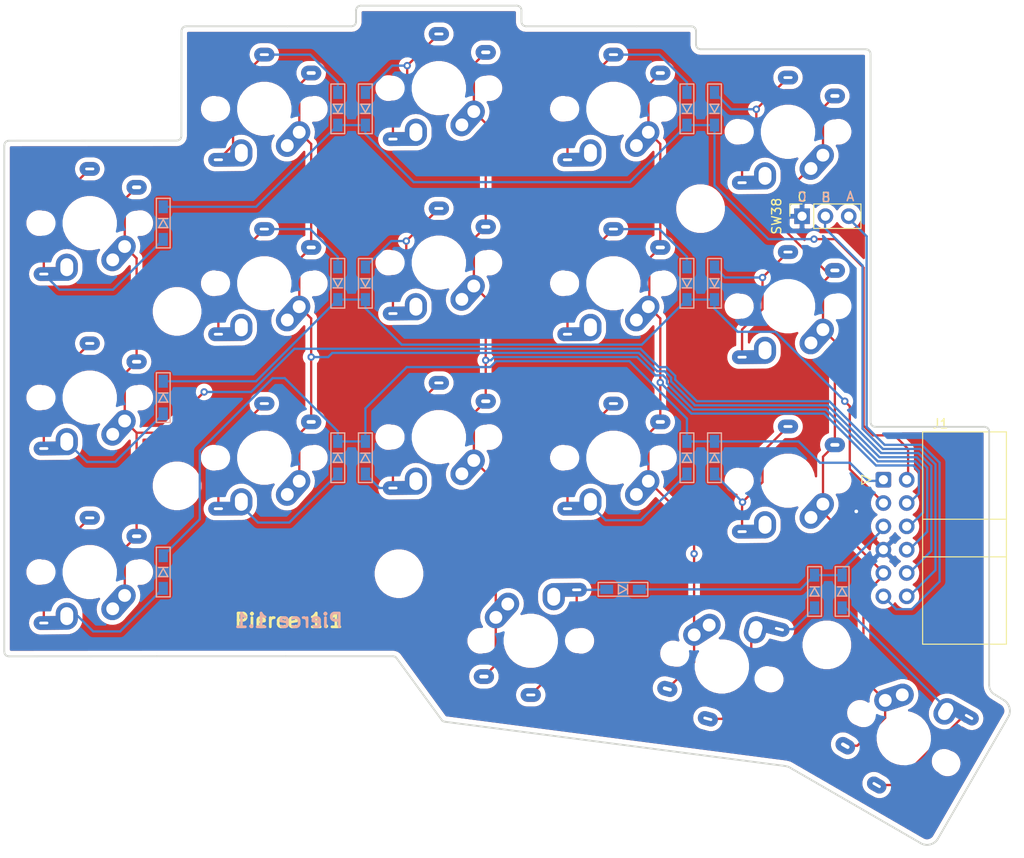
<source format=kicad_pcb>
(kicad_pcb (version 20171130) (host pcbnew 5.1.9-73d0e3b20d~88~ubuntu20.04.1)
  (title_block (title "Pierce Keyboard") (date 2021-02-12) (rev "v 0.1") (comment 4 "Author: Durken"))
  (layers (0 F.Cu signal) (31 B.Cu signal) (34 B.Paste user) (35 F.Paste user) (36 B.SilkS user) (37 F.SilkS user) (38 B.Mask user) (39 F.Mask user) (44 Edge.Cuts user))
  (net 0 "")
  (net 1 "Net-(D1-Pad2)")
  (net 2 row0l)
  (net 3 row1l)
  (net 4 "Net-(D2-Pad2)")
  (net 5 row2l)
  (net 6 "Net-(D3-Pad2)")
  (net 7 "Net-(D8-Pad2)")
  (net 8 "Net-(D9-Pad2)")
  (net 9 "Net-(D10-Pad2)")
  (net 10 "Net-(D15-Pad2)")
  (net 11 "Net-(D16-Pad2)")
  (net 12 "Net-(D17-Pad2)")
  (net 13 "Net-(D18-Pad2)")
  (net 14 row3l)
  (net 15 "Net-(D23-Pad2)")
  (net 16 "Net-(D24-Pad2)")
  (net 17 "Net-(D25-Pad2)")
  (net 18 "Net-(D26-Pad2)")
  (net 19 "Net-(D30-Pad2)")
  (net 20 "Net-(D31-Pad2)")
  (net 21 "Net-(D32-Pad2)")
  (net 22 "Net-(D33-Pad2)")
  (net 23 col1l)
  (net 24 col3l)
  (net 25 col0l)
  (net 26 col2l)
  (net 27 col4l)
  (net 28 rotbl)
  (net 29 rotal)
  (net 30 GND1)
  (module kbd:keyswitch_cherrymx_alps_choc12_1u (layer F.Cu) (at 132.77 103.74 330)
    (fp_text reference SW33 hide)
    (fp_text value SW_PUSH hide)
    (pad 1 thru_hole oval (at -3.8 -2.55 288) (size 2.4 4.4) (drill 1.4 (offset 0 -1)) (layers *.Cu B.Mask) (net 27 col4l))
    (pad 2 thru_hole oval (at 2.5 -4.8 330) (size 2.4 2.95) (drill oval 1.4 1.95) (layers *.Cu B.Mask) (net 22 "Net-(D33-Pad2)"))
    (pad 1 thru_hole circle (at -2.5 -4 330) (size 2.4 2.4) (drill 1.4) (layers *.Cu B.Mask) (net 27 col4l))
    (pad 2 thru_hole oval (at 5 -5.55 330.5) (size 4.4 1.5) (drill oval 1 0.3 (offset -1.1 0)) (layers *.Cu B.Mask) (net 22 "Net-(D33-Pad2)"))
    (pad 1 thru_hole oval (at -5.1 3.9 330) (size 2.2 1.6) (drill oval 1 0.4) (layers *.Cu B.Mask) (net 27 col4l))
    (pad "" np_thru_hole circle (at 0 0 60) (size 4.9 4.9) (drill 4.9) (layers *.Cu))
    (pad "" np_thru_hole circle (at -5.5 0 60) (size 1.8 1.8) (drill 1.8) (layers *.Cu))
    (pad "" np_thru_hole circle (at 5.5 0 60) (size 1.8 1.8) (drill 1.8) (layers *.Cu))
    (pad 2 thru_hole oval (at 0 5.9 330) (size 2.2 1.5) (drill oval 1 0.3) (layers *.Cu B.Mask) (net 22 "Net-(D33-Pad2)"))
    (pad "" np_thru_hole circle (at 5.08 0 330) (size 1.7 1.7) (drill 1.7) (layers *.Cu))
    (pad "" np_thru_hole circle (at -5.08 0 330) (size 1.7 1.7) (drill 1.7) (layers *.Cu))
  )
  (module kbd:keyswitch_cherrymx_alps_choc12_1u (layer F.Cu) (at 120.168391 75.70494 180)
    (fp_text reference SW32 hide)
    (fp_text value SW_PUSH hide)
    (pad 1 thru_hole oval (at -3.8 -2.55 138) (size 2.4 4.4) (drill 1.4 (offset 0 -1)) (layers *.Cu B.Mask) (net 27 col4l))
    (pad 2 thru_hole oval (at 2.5 -4.8 180) (size 2.4 2.95) (drill oval 1.4 1.95) (layers *.Cu B.Mask) (net 21 "Net-(D32-Pad2)"))
    (pad 1 thru_hole circle (at -2.5 -4 180) (size 2.4 2.4) (drill 1.4) (layers *.Cu B.Mask) (net 27 col4l))
    (pad 2 thru_hole oval (at 5 -5.55 180.5) (size 4.4 1.5) (drill oval 1 0.3 (offset -1.1 0)) (layers *.Cu B.Mask) (net 21 "Net-(D32-Pad2)"))
    (pad 1 thru_hole oval (at -5.1 3.9 180) (size 2.2 1.6) (drill oval 1 0.4) (layers *.Cu B.Mask) (net 27 col4l))
    (pad "" np_thru_hole circle (at 0 0 270) (size 4.9 4.9) (drill 4.9) (layers *.Cu))
    (pad "" np_thru_hole circle (at -5.5 0 270) (size 1.8 1.8) (drill 1.8) (layers *.Cu))
    (pad "" np_thru_hole circle (at 5.5 0 270) (size 1.8 1.8) (drill 1.8) (layers *.Cu))
    (pad 2 thru_hole oval (at 0 5.9 180) (size 2.2 1.5) (drill oval 1 0.3) (layers *.Cu B.Mask) (net 21 "Net-(D32-Pad2)"))
    (pad "" np_thru_hole circle (at 5.08 0 180) (size 1.7 1.7) (drill 1.7) (layers *.Cu))
    (pad "" np_thru_hole circle (at -5.08 0 180) (size 1.7 1.7) (drill 1.7) (layers *.Cu))
  )
  (module kbd:keyswitch_cherrymx_alps_choc12_1u (layer F.Cu) (at 120.168391 56.70494 180)
    (fp_text reference SW31 hide)
    (fp_text value SW_PUSH hide)
    (pad 1 thru_hole oval (at -3.8 -2.55 138) (size 2.4 4.4) (drill 1.4 (offset 0 -1)) (layers *.Cu B.Mask) (net 27 col4l))
    (pad 2 thru_hole oval (at 2.5 -4.8 180) (size 2.4 2.95) (drill oval 1.4 1.95) (layers *.Cu B.Mask) (net 20 "Net-(D31-Pad2)"))
    (pad 1 thru_hole circle (at -2.5 -4 180) (size 2.4 2.4) (drill 1.4) (layers *.Cu B.Mask) (net 27 col4l))
    (pad 2 thru_hole oval (at 5 -5.55 180.5) (size 4.4 1.5) (drill oval 1 0.3 (offset -1.1 0)) (layers *.Cu B.Mask) (net 20 "Net-(D31-Pad2)"))
    (pad 1 thru_hole oval (at -5.1 3.9 180) (size 2.2 1.6) (drill oval 1 0.4) (layers *.Cu B.Mask) (net 27 col4l))
    (pad "" np_thru_hole circle (at 0 0 270) (size 4.9 4.9) (drill 4.9) (layers *.Cu))
    (pad "" np_thru_hole circle (at -5.5 0 270) (size 1.8 1.8) (drill 1.8) (layers *.Cu))
    (pad "" np_thru_hole circle (at 5.5 0 270) (size 1.8 1.8) (drill 1.8) (layers *.Cu))
    (pad 2 thru_hole oval (at 0 5.9 180) (size 2.2 1.5) (drill oval 1 0.3) (layers *.Cu B.Mask) (net 20 "Net-(D31-Pad2)"))
    (pad "" np_thru_hole circle (at 5.08 0 180) (size 1.7 1.7) (drill 1.7) (layers *.Cu))
    (pad "" np_thru_hole circle (at -5.08 0 180) (size 1.7 1.7) (drill 1.7) (layers *.Cu))
  )
  (module kbd:keyswitch_cherrymx_alps_choc12_1u (layer F.Cu) (at 120.168391 37.70494 180)
    (fp_text reference SW30 hide)
    (fp_text value SW_PUSH hide)
    (pad 1 thru_hole oval (at -3.8 -2.55 138) (size 2.4 4.4) (drill 1.4 (offset 0 -1)) (layers *.Cu B.Mask) (net 27 col4l))
    (pad 2 thru_hole oval (at 2.5 -4.8 180) (size 2.4 2.95) (drill oval 1.4 1.95) (layers *.Cu B.Mask) (net 19 "Net-(D30-Pad2)"))
    (pad 1 thru_hole circle (at -2.5 -4 180) (size 2.4 2.4) (drill 1.4) (layers *.Cu B.Mask) (net 27 col4l))
    (pad 2 thru_hole oval (at 5 -5.55 180.5) (size 4.4 1.5) (drill oval 1 0.3 (offset -1.1 0)) (layers *.Cu B.Mask) (net 19 "Net-(D30-Pad2)"))
    (pad 1 thru_hole oval (at -5.1 3.9 180) (size 2.2 1.6) (drill oval 1 0.4) (layers *.Cu B.Mask) (net 27 col4l))
    (pad "" np_thru_hole circle (at 0 0 270) (size 4.9 4.9) (drill 4.9) (layers *.Cu))
    (pad "" np_thru_hole circle (at -5.5 0 270) (size 1.8 1.8) (drill 1.8) (layers *.Cu))
    (pad "" np_thru_hole circle (at 5.5 0 270) (size 1.8 1.8) (drill 1.8) (layers *.Cu))
    (pad 2 thru_hole oval (at 0 5.9 180) (size 2.2 1.5) (drill oval 1 0.3) (layers *.Cu B.Mask) (net 19 "Net-(D30-Pad2)"))
    (pad "" np_thru_hole circle (at 5.08 0 180) (size 1.7 1.7) (drill 1.7) (layers *.Cu))
    (pad "" np_thru_hole circle (at -5.08 0 180) (size 1.7 1.7) (drill 1.7) (layers *.Cu))
  )
  (module kbd:keyswitch_cherrymx_alps_choc12_1u (layer F.Cu) (at 112.97 95.94 345)
    (fp_text reference SW26 hide)
    (fp_text value SW_PUSH hide)
    (pad 1 thru_hole oval (at -3.8 -2.55 303) (size 2.4 4.4) (drill 1.4 (offset 0 -1)) (layers *.Cu B.Mask) (net 24 col3l))
    (pad 2 thru_hole oval (at 2.5 -4.8 345) (size 2.4 2.95) (drill oval 1.4 1.95) (layers *.Cu B.Mask) (net 18 "Net-(D26-Pad2)"))
    (pad 1 thru_hole circle (at -2.5 -4 345) (size 2.4 2.4) (drill 1.4) (layers *.Cu B.Mask) (net 24 col3l))
    (pad 2 thru_hole oval (at 5 -5.55 345.5) (size 4.4 1.5) (drill oval 1 0.3 (offset -1.1 0)) (layers *.Cu B.Mask) (net 18 "Net-(D26-Pad2)"))
    (pad 1 thru_hole oval (at -5.1 3.9 345) (size 2.2 1.6) (drill oval 1 0.4) (layers *.Cu B.Mask) (net 24 col3l))
    (pad "" np_thru_hole circle (at 0 0 75) (size 4.9 4.9) (drill 4.9) (layers *.Cu))
    (pad "" np_thru_hole circle (at -5.5 0 75) (size 1.8 1.8) (drill 1.8) (layers *.Cu))
    (pad "" np_thru_hole circle (at 5.5 0 75) (size 1.8 1.8) (drill 1.8) (layers *.Cu))
    (pad 2 thru_hole oval (at 0 5.9 345) (size 2.2 1.5) (drill oval 1 0.3) (layers *.Cu B.Mask) (net 18 "Net-(D26-Pad2)"))
    (pad "" np_thru_hole circle (at 5.08 0 345) (size 1.7 1.7) (drill 1.7) (layers *.Cu))
    (pad "" np_thru_hole circle (at -5.08 0 345) (size 1.7 1.7) (drill 1.7) (layers *.Cu))
  )
  (module kbd:keyswitch_cherrymx_alps_choc12_1u (layer F.Cu) (at 101.168391 73.205582 180)
    (fp_text reference SW25 hide)
    (fp_text value SW_PUSH hide)
    (pad 1 thru_hole oval (at -3.8 -2.55 138) (size 2.4 4.4) (drill 1.4 (offset 0 -1)) (layers *.Cu B.Mask) (net 24 col3l))
    (pad 2 thru_hole oval (at 2.5 -4.8 180) (size 2.4 2.95) (drill oval 1.4 1.95) (layers *.Cu B.Mask) (net 17 "Net-(D25-Pad2)"))
    (pad 1 thru_hole circle (at -2.5 -4 180) (size 2.4 2.4) (drill 1.4) (layers *.Cu B.Mask) (net 24 col3l))
    (pad 2 thru_hole oval (at 5 -5.55 180.5) (size 4.4 1.5) (drill oval 1 0.3 (offset -1.1 0)) (layers *.Cu B.Mask) (net 17 "Net-(D25-Pad2)"))
    (pad 1 thru_hole oval (at -5.1 3.9 180) (size 2.2 1.6) (drill oval 1 0.4) (layers *.Cu B.Mask) (net 24 col3l))
    (pad "" np_thru_hole circle (at 0 0 270) (size 4.9 4.9) (drill 4.9) (layers *.Cu))
    (pad "" np_thru_hole circle (at -5.5 0 270) (size 1.8 1.8) (drill 1.8) (layers *.Cu))
    (pad "" np_thru_hole circle (at 5.5 0 270) (size 1.8 1.8) (drill 1.8) (layers *.Cu))
    (pad 2 thru_hole oval (at 0 5.9 180) (size 2.2 1.5) (drill oval 1 0.3) (layers *.Cu B.Mask) (net 17 "Net-(D25-Pad2)"))
    (pad "" np_thru_hole circle (at 5.08 0 180) (size 1.7 1.7) (drill 1.7) (layers *.Cu))
    (pad "" np_thru_hole circle (at -5.08 0 180) (size 1.7 1.7) (drill 1.7) (layers *.Cu))
  )
  (module kbd:keyswitch_cherrymx_alps_choc12_1u (layer F.Cu) (at 101.168391 54.205582 180)
    (fp_text reference SW24 hide)
    (fp_text value SW_PUSH hide)
    (pad 1 thru_hole oval (at -3.8 -2.55 138) (size 2.4 4.4) (drill 1.4 (offset 0 -1)) (layers *.Cu B.Mask) (net 24 col3l))
    (pad 2 thru_hole oval (at 2.5 -4.8 180) (size 2.4 2.95) (drill oval 1.4 1.95) (layers *.Cu B.Mask) (net 16 "Net-(D24-Pad2)"))
    (pad 1 thru_hole circle (at -2.5 -4 180) (size 2.4 2.4) (drill 1.4) (layers *.Cu B.Mask) (net 24 col3l))
    (pad 2 thru_hole oval (at 5 -5.55 180.5) (size 4.4 1.5) (drill oval 1 0.3 (offset -1.1 0)) (layers *.Cu B.Mask) (net 16 "Net-(D24-Pad2)"))
    (pad 1 thru_hole oval (at -5.1 3.9 180) (size 2.2 1.6) (drill oval 1 0.4) (layers *.Cu B.Mask) (net 24 col3l))
    (pad "" np_thru_hole circle (at 0 0 270) (size 4.9 4.9) (drill 4.9) (layers *.Cu))
    (pad "" np_thru_hole circle (at -5.5 0 270) (size 1.8 1.8) (drill 1.8) (layers *.Cu))
    (pad "" np_thru_hole circle (at 5.5 0 270) (size 1.8 1.8) (drill 1.8) (layers *.Cu))
    (pad 2 thru_hole oval (at 0 5.9 180) (size 2.2 1.5) (drill oval 1 0.3) (layers *.Cu B.Mask) (net 16 "Net-(D24-Pad2)"))
    (pad "" np_thru_hole circle (at 5.08 0 180) (size 1.7 1.7) (drill 1.7) (layers *.Cu))
    (pad "" np_thru_hole circle (at -5.08 0 180) (size 1.7 1.7) (drill 1.7) (layers *.Cu))
  )
  (module kbd:keyswitch_cherrymx_alps_choc12_1u (layer F.Cu) (at 101.168391 35.205582 180)
    (fp_text reference SW23 hide)
    (fp_text value SW_PUSH hide)
    (pad 1 thru_hole oval (at -3.8 -2.55 138) (size 2.4 4.4) (drill 1.4 (offset 0 -1)) (layers *.Cu B.Mask) (net 24 col3l))
    (pad 2 thru_hole oval (at 2.5 -4.8 180) (size 2.4 2.95) (drill oval 1.4 1.95) (layers *.Cu B.Mask) (net 15 "Net-(D23-Pad2)"))
    (pad 1 thru_hole circle (at -2.5 -4 180) (size 2.4 2.4) (drill 1.4) (layers *.Cu B.Mask) (net 24 col3l))
    (pad 2 thru_hole oval (at 5 -5.55 180.5) (size 4.4 1.5) (drill oval 1 0.3 (offset -1.1 0)) (layers *.Cu B.Mask) (net 15 "Net-(D23-Pad2)"))
    (pad 1 thru_hole oval (at -5.1 3.9 180) (size 2.2 1.6) (drill oval 1 0.4) (layers *.Cu B.Mask) (net 24 col3l))
    (pad "" np_thru_hole circle (at 0 0 270) (size 4.9 4.9) (drill 4.9) (layers *.Cu))
    (pad "" np_thru_hole circle (at -5.5 0 270) (size 1.8 1.8) (drill 1.8) (layers *.Cu))
    (pad "" np_thru_hole circle (at 5.5 0 270) (size 1.8 1.8) (drill 1.8) (layers *.Cu))
    (pad 2 thru_hole oval (at 0 5.9 180) (size 2.2 1.5) (drill oval 1 0.3) (layers *.Cu B.Mask) (net 15 "Net-(D23-Pad2)"))
    (pad "" np_thru_hole circle (at 5.08 0 180) (size 1.7 1.7) (drill 1.7) (layers *.Cu))
    (pad "" np_thru_hole circle (at -5.08 0 180) (size 1.7 1.7) (drill 1.7) (layers *.Cu))
  )
  (module kbd:keyswitch_cherrymx_alps_choc12_1u (layer F.Cu) (at 92.17 93.14)
    (fp_text reference SW18 hide)
    (fp_text value SW_PUSH hide)
    (pad 1 thru_hole oval (at -3.8 -2.55 318) (size 2.4 4.4) (drill 1.4 (offset 0 -1)) (layers *.Cu B.Mask) (net 26 col2l))
    (pad 2 thru_hole oval (at 2.5 -4.8) (size 2.4 2.95) (drill oval 1.4 1.95) (layers *.Cu B.Mask) (net 13 "Net-(D18-Pad2)"))
    (pad 1 thru_hole circle (at -2.5 -4) (size 2.4 2.4) (drill 1.4) (layers *.Cu B.Mask) (net 26 col2l))
    (pad 2 thru_hole oval (at 5 -5.55 0.5) (size 4.4 1.5) (drill oval 1 0.3 (offset -1.1 0)) (layers *.Cu B.Mask) (net 13 "Net-(D18-Pad2)"))
    (pad 1 thru_hole oval (at -5.1 3.9) (size 2.2 1.6) (drill oval 1 0.4) (layers *.Cu B.Mask) (net 26 col2l))
    (pad "" np_thru_hole circle (at 0 0 90) (size 4.9 4.9) (drill 4.9) (layers *.Cu))
    (pad "" np_thru_hole circle (at -5.5 0 90) (size 1.8 1.8) (drill 1.8) (layers *.Cu))
    (pad "" np_thru_hole circle (at 5.5 0 90) (size 1.8 1.8) (drill 1.8) (layers *.Cu))
    (pad 2 thru_hole oval (at 0 5.9) (size 2.2 1.5) (drill oval 1 0.3) (layers *.Cu B.Mask) (net 13 "Net-(D18-Pad2)"))
    (pad "" np_thru_hole circle (at 5.08 0) (size 1.7 1.7) (drill 1.7) (layers *.Cu))
    (pad "" np_thru_hole circle (at -5.08 0) (size 1.7 1.7) (drill 1.7) (layers *.Cu))
  )
  (module kbd:keyswitch_cherrymx_alps_choc12_1u (layer F.Cu) (at 82.168391 70.955144 180)
    (fp_text reference SW17 hide)
    (fp_text value SW_PUSH hide)
    (pad 1 thru_hole oval (at -3.8 -2.55 138) (size 2.4 4.4) (drill 1.4 (offset 0 -1)) (layers *.Cu B.Mask) (net 26 col2l))
    (pad 2 thru_hole oval (at 2.5 -4.8 180) (size 2.4 2.95) (drill oval 1.4 1.95) (layers *.Cu B.Mask) (net 12 "Net-(D17-Pad2)"))
    (pad 1 thru_hole circle (at -2.5 -4 180) (size 2.4 2.4) (drill 1.4) (layers *.Cu B.Mask) (net 26 col2l))
    (pad 2 thru_hole oval (at 5 -5.55 180.5) (size 4.4 1.5) (drill oval 1 0.3 (offset -1.1 0)) (layers *.Cu B.Mask) (net 12 "Net-(D17-Pad2)"))
    (pad 1 thru_hole oval (at -5.1 3.9 180) (size 2.2 1.6) (drill oval 1 0.4) (layers *.Cu B.Mask) (net 26 col2l))
    (pad "" np_thru_hole circle (at 0 0 270) (size 4.9 4.9) (drill 4.9) (layers *.Cu))
    (pad "" np_thru_hole circle (at -5.5 0 270) (size 1.8 1.8) (drill 1.8) (layers *.Cu))
    (pad "" np_thru_hole circle (at 5.5 0 270) (size 1.8 1.8) (drill 1.8) (layers *.Cu))
    (pad 2 thru_hole oval (at 0 5.9 180) (size 2.2 1.5) (drill oval 1 0.3) (layers *.Cu B.Mask) (net 12 "Net-(D17-Pad2)"))
    (pad "" np_thru_hole circle (at 5.08 0 180) (size 1.7 1.7) (drill 1.7) (layers *.Cu))
    (pad "" np_thru_hole circle (at -5.08 0 180) (size 1.7 1.7) (drill 1.7) (layers *.Cu))
  )
  (module kbd:keyswitch_cherrymx_alps_choc12_1u (layer F.Cu) (at 82.168391 51.955144 180)
    (fp_text reference SW16 hide)
    (fp_text value SW_PUSH hide)
    (pad 1 thru_hole oval (at -3.8 -2.55 138) (size 2.4 4.4) (drill 1.4 (offset 0 -1)) (layers *.Cu B.Mask) (net 26 col2l))
    (pad 2 thru_hole oval (at 2.5 -4.8 180) (size 2.4 2.95) (drill oval 1.4 1.95) (layers *.Cu B.Mask) (net 11 "Net-(D16-Pad2)"))
    (pad 1 thru_hole circle (at -2.5 -4 180) (size 2.4 2.4) (drill 1.4) (layers *.Cu B.Mask) (net 26 col2l))
    (pad 2 thru_hole oval (at 5 -5.55 180.5) (size 4.4 1.5) (drill oval 1 0.3 (offset -1.1 0)) (layers *.Cu B.Mask) (net 11 "Net-(D16-Pad2)"))
    (pad 1 thru_hole oval (at -5.1 3.9 180) (size 2.2 1.6) (drill oval 1 0.4) (layers *.Cu B.Mask) (net 26 col2l))
    (pad "" np_thru_hole circle (at 0 0 270) (size 4.9 4.9) (drill 4.9) (layers *.Cu))
    (pad "" np_thru_hole circle (at -5.5 0 270) (size 1.8 1.8) (drill 1.8) (layers *.Cu))
    (pad "" np_thru_hole circle (at 5.5 0 270) (size 1.8 1.8) (drill 1.8) (layers *.Cu))
    (pad 2 thru_hole oval (at 0 5.9 180) (size 2.2 1.5) (drill oval 1 0.3) (layers *.Cu B.Mask) (net 11 "Net-(D16-Pad2)"))
    (pad "" np_thru_hole circle (at 5.08 0 180) (size 1.7 1.7) (drill 1.7) (layers *.Cu))
    (pad "" np_thru_hole circle (at -5.08 0 180) (size 1.7 1.7) (drill 1.7) (layers *.Cu))
  )
  (module kbd:keyswitch_cherrymx_alps_choc12_1u (layer F.Cu) (at 82.168391 32.955144 180)
    (fp_text reference SW15 hide)
    (fp_text value SW_PUSH hide)
    (pad 1 thru_hole oval (at -3.8 -2.55 138) (size 2.4 4.4) (drill 1.4 (offset 0 -1)) (layers *.Cu B.Mask) (net 26 col2l))
    (pad 2 thru_hole oval (at 2.5 -4.8 180) (size 2.4 2.95) (drill oval 1.4 1.95) (layers *.Cu B.Mask) (net 10 "Net-(D15-Pad2)"))
    (pad 1 thru_hole circle (at -2.5 -4 180) (size 2.4 2.4) (drill 1.4) (layers *.Cu B.Mask) (net 26 col2l))
    (pad 2 thru_hole oval (at 5 -5.55 180.5) (size 4.4 1.5) (drill oval 1 0.3 (offset -1.1 0)) (layers *.Cu B.Mask) (net 10 "Net-(D15-Pad2)"))
    (pad 1 thru_hole oval (at -5.1 3.9 180) (size 2.2 1.6) (drill oval 1 0.4) (layers *.Cu B.Mask) (net 26 col2l))
    (pad "" np_thru_hole circle (at 0 0 270) (size 4.9 4.9) (drill 4.9) (layers *.Cu))
    (pad "" np_thru_hole circle (at -5.5 0 270) (size 1.8 1.8) (drill 1.8) (layers *.Cu))
    (pad "" np_thru_hole circle (at 5.5 0 270) (size 1.8 1.8) (drill 1.8) (layers *.Cu))
    (pad 2 thru_hole oval (at 0 5.9 180) (size 2.2 1.5) (drill oval 1 0.3) (layers *.Cu B.Mask) (net 10 "Net-(D15-Pad2)"))
    (pad "" np_thru_hole circle (at 5.08 0 180) (size 1.7 1.7) (drill 1.7) (layers *.Cu))
    (pad "" np_thru_hole circle (at -5.08 0 180) (size 1.7 1.7) (drill 1.7) (layers *.Cu))
  )
  (module kbd:keyswitch_cherrymx_alps_choc12_1u (layer F.Cu) (at 63.168391 73.205582 180)
    (fp_text reference SW10 hide)
    (fp_text value SW_PUSH hide)
    (pad 1 thru_hole oval (at -3.8 -2.55 138) (size 2.4 4.4) (drill 1.4 (offset 0 -1)) (layers *.Cu B.Mask) (net 23 col1l))
    (pad 2 thru_hole oval (at 2.5 -4.8 180) (size 2.4 2.95) (drill oval 1.4 1.95) (layers *.Cu B.Mask) (net 9 "Net-(D10-Pad2)"))
    (pad 1 thru_hole circle (at -2.5 -4 180) (size 2.4 2.4) (drill 1.4) (layers *.Cu B.Mask) (net 23 col1l))
    (pad 2 thru_hole oval (at 5 -5.55 180.5) (size 4.4 1.5) (drill oval 1 0.3 (offset -1.1 0)) (layers *.Cu B.Mask) (net 9 "Net-(D10-Pad2)"))
    (pad 1 thru_hole oval (at -5.1 3.9 180) (size 2.2 1.6) (drill oval 1 0.4) (layers *.Cu B.Mask) (net 23 col1l))
    (pad "" np_thru_hole circle (at 0 0 270) (size 4.9 4.9) (drill 4.9) (layers *.Cu))
    (pad "" np_thru_hole circle (at -5.5 0 270) (size 1.8 1.8) (drill 1.8) (layers *.Cu))
    (pad "" np_thru_hole circle (at 5.5 0 270) (size 1.8 1.8) (drill 1.8) (layers *.Cu))
    (pad 2 thru_hole oval (at 0 5.9 180) (size 2.2 1.5) (drill oval 1 0.3) (layers *.Cu B.Mask) (net 9 "Net-(D10-Pad2)"))
    (pad "" np_thru_hole circle (at 5.08 0 180) (size 1.7 1.7) (drill 1.7) (layers *.Cu))
    (pad "" np_thru_hole circle (at -5.08 0 180) (size 1.7 1.7) (drill 1.7) (layers *.Cu))
  )
  (module kbd:keyswitch_cherrymx_alps_choc12_1u (layer F.Cu) (at 63.168391 54.205582 180)
    (fp_text reference SW9 hide)
    (fp_text value SW_PUSH hide)
    (pad 1 thru_hole oval (at -3.8 -2.55 138) (size 2.4 4.4) (drill 1.4 (offset 0 -1)) (layers *.Cu B.Mask) (net 23 col1l))
    (pad 2 thru_hole oval (at 2.5 -4.8 180) (size 2.4 2.95) (drill oval 1.4 1.95) (layers *.Cu B.Mask) (net 8 "Net-(D9-Pad2)"))
    (pad 1 thru_hole circle (at -2.5 -4 180) (size 2.4 2.4) (drill 1.4) (layers *.Cu B.Mask) (net 23 col1l))
    (pad 2 thru_hole oval (at 5 -5.55 180.5) (size 4.4 1.5) (drill oval 1 0.3 (offset -1.1 0)) (layers *.Cu B.Mask) (net 8 "Net-(D9-Pad2)"))
    (pad 1 thru_hole oval (at -5.1 3.9 180) (size 2.2 1.6) (drill oval 1 0.4) (layers *.Cu B.Mask) (net 23 col1l))
    (pad "" np_thru_hole circle (at 0 0 270) (size 4.9 4.9) (drill 4.9) (layers *.Cu))
    (pad "" np_thru_hole circle (at -5.5 0 270) (size 1.8 1.8) (drill 1.8) (layers *.Cu))
    (pad "" np_thru_hole circle (at 5.5 0 270) (size 1.8 1.8) (drill 1.8) (layers *.Cu))
    (pad 2 thru_hole oval (at 0 5.9 180) (size 2.2 1.5) (drill oval 1 0.3) (layers *.Cu B.Mask) (net 8 "Net-(D9-Pad2)"))
    (pad "" np_thru_hole circle (at 5.08 0 180) (size 1.7 1.7) (drill 1.7) (layers *.Cu))
    (pad "" np_thru_hole circle (at -5.08 0 180) (size 1.7 1.7) (drill 1.7) (layers *.Cu))
  )
  (module kbd:keyswitch_cherrymx_alps_choc12_1u (layer F.Cu) (at 63.168391 35.205582 180)
    (fp_text reference SW8 hide)
    (fp_text value SW_PUSH hide)
    (pad 1 thru_hole oval (at -3.8 -2.55 138) (size 2.4 4.4) (drill 1.4 (offset 0 -1)) (layers *.Cu B.Mask) (net 23 col1l))
    (pad 2 thru_hole oval (at 2.5 -4.8 180) (size 2.4 2.95) (drill oval 1.4 1.95) (layers *.Cu B.Mask) (net 7 "Net-(D8-Pad2)"))
    (pad 1 thru_hole circle (at -2.5 -4 180) (size 2.4 2.4) (drill 1.4) (layers *.Cu B.Mask) (net 23 col1l))
    (pad 2 thru_hole oval (at 5 -5.55 180.5) (size 4.4 1.5) (drill oval 1 0.3 (offset -1.1 0)) (layers *.Cu B.Mask) (net 7 "Net-(D8-Pad2)"))
    (pad 1 thru_hole oval (at -5.1 3.9 180) (size 2.2 1.6) (drill oval 1 0.4) (layers *.Cu B.Mask) (net 23 col1l))
    (pad "" np_thru_hole circle (at 0 0 270) (size 4.9 4.9) (drill 4.9) (layers *.Cu))
    (pad "" np_thru_hole circle (at -5.5 0 270) (size 1.8 1.8) (drill 1.8) (layers *.Cu))
    (pad "" np_thru_hole circle (at 5.5 0 270) (size 1.8 1.8) (drill 1.8) (layers *.Cu))
    (pad 2 thru_hole oval (at 0 5.9 180) (size 2.2 1.5) (drill oval 1 0.3) (layers *.Cu B.Mask) (net 7 "Net-(D8-Pad2)"))
    (pad "" np_thru_hole circle (at 5.08 0 180) (size 1.7 1.7) (drill 1.7) (layers *.Cu))
    (pad "" np_thru_hole circle (at -5.08 0 180) (size 1.7 1.7) (drill 1.7) (layers *.Cu))
  )
  (module kbd:keyswitch_cherrymx_alps_choc12_1u (layer F.Cu) (at 44.168391 85.653598 180)
    (fp_text reference SW3 hide)
    (fp_text value SW_PUSH hide)
    (pad 1 thru_hole oval (at -3.8 -2.55 138) (size 2.4 4.4) (drill 1.4 (offset 0 -1)) (layers *.Cu B.Mask) (net 25 col0l))
    (pad 2 thru_hole oval (at 2.5 -4.8 180) (size 2.4 2.95) (drill oval 1.4 1.95) (layers *.Cu B.Mask) (net 6 "Net-(D3-Pad2)"))
    (pad 1 thru_hole circle (at -2.5 -4 180) (size 2.4 2.4) (drill 1.4) (layers *.Cu B.Mask) (net 25 col0l))
    (pad 2 thru_hole oval (at 5 -5.55 180.5) (size 4.4 1.5) (drill oval 1 0.3 (offset -1.1 0)) (layers *.Cu B.Mask) (net 6 "Net-(D3-Pad2)"))
    (pad 1 thru_hole oval (at -5.1 3.9 180) (size 2.2 1.6) (drill oval 1 0.4) (layers *.Cu B.Mask) (net 25 col0l))
    (pad "" np_thru_hole circle (at 0 0 270) (size 4.9 4.9) (drill 4.9) (layers *.Cu))
    (pad "" np_thru_hole circle (at -5.5 0 270) (size 1.8 1.8) (drill 1.8) (layers *.Cu))
    (pad "" np_thru_hole circle (at 5.5 0 270) (size 1.8 1.8) (drill 1.8) (layers *.Cu))
    (pad 2 thru_hole oval (at 0 5.9 180) (size 2.2 1.5) (drill oval 1 0.3) (layers *.Cu B.Mask) (net 6 "Net-(D3-Pad2)"))
    (pad "" np_thru_hole circle (at 5.08 0 180) (size 1.7 1.7) (drill 1.7) (layers *.Cu))
    (pad "" np_thru_hole circle (at -5.08 0 180) (size 1.7 1.7) (drill 1.7) (layers *.Cu))
  )
  (module kbd:keyswitch_cherrymx_alps_choc12_1u (layer F.Cu) (at 44.168391 66.653598 180)
    (fp_text reference SW2 hide)
    (fp_text value SW_PUSH hide)
    (pad 1 thru_hole oval (at -3.8 -2.55 138) (size 2.4 4.4) (drill 1.4 (offset 0 -1)) (layers *.Cu B.Mask) (net 25 col0l))
    (pad 2 thru_hole oval (at 2.5 -4.8 180) (size 2.4 2.95) (drill oval 1.4 1.95) (layers *.Cu B.Mask) (net 4 "Net-(D2-Pad2)"))
    (pad 1 thru_hole circle (at -2.5 -4 180) (size 2.4 2.4) (drill 1.4) (layers *.Cu B.Mask) (net 25 col0l))
    (pad 2 thru_hole oval (at 5 -5.55 180.5) (size 4.4 1.5) (drill oval 1 0.3 (offset -1.1 0)) (layers *.Cu B.Mask) (net 4 "Net-(D2-Pad2)"))
    (pad 1 thru_hole oval (at -5.1 3.9 180) (size 2.2 1.6) (drill oval 1 0.4) (layers *.Cu B.Mask) (net 25 col0l))
    (pad "" np_thru_hole circle (at 0 0 270) (size 4.9 4.9) (drill 4.9) (layers *.Cu))
    (pad "" np_thru_hole circle (at -5.5 0 270) (size 1.8 1.8) (drill 1.8) (layers *.Cu))
    (pad "" np_thru_hole circle (at 5.5 0 270) (size 1.8 1.8) (drill 1.8) (layers *.Cu))
    (pad 2 thru_hole oval (at 0 5.9 180) (size 2.2 1.5) (drill oval 1 0.3) (layers *.Cu B.Mask) (net 4 "Net-(D2-Pad2)"))
    (pad "" np_thru_hole circle (at 5.08 0 180) (size 1.7 1.7) (drill 1.7) (layers *.Cu))
    (pad "" np_thru_hole circle (at -5.08 0 180) (size 1.7 1.7) (drill 1.7) (layers *.Cu))
  )
  (module kbd:keyswitch_cherrymx_alps_choc12_1u (layer F.Cu) (at 44.168391 47.653598 180)
    (fp_text reference SW1 hide)
    (fp_text value SW_PUSH hide)
    (pad 1 thru_hole oval (at -3.8 -2.55 138) (size 2.4 4.4) (drill 1.4 (offset 0 -1)) (layers *.Cu B.Mask) (net 25 col0l))
    (pad 2 thru_hole oval (at 2.5 -4.8 180) (size 2.4 2.95) (drill oval 1.4 1.95) (layers *.Cu B.Mask) (net 1 "Net-(D1-Pad2)"))
    (pad 1 thru_hole circle (at -2.5 -4 180) (size 2.4 2.4) (drill 1.4) (layers *.Cu B.Mask) (net 25 col0l))
    (pad 2 thru_hole oval (at 5 -5.55 180.5) (size 4.4 1.5) (drill oval 1 0.3 (offset -1.1 0)) (layers *.Cu B.Mask) (net 1 "Net-(D1-Pad2)"))
    (pad 1 thru_hole oval (at -5.1 3.9 180) (size 2.2 1.6) (drill oval 1 0.4) (layers *.Cu B.Mask) (net 25 col0l))
    (pad "" np_thru_hole circle (at 0 0 270) (size 4.9 4.9) (drill 4.9) (layers *.Cu))
    (pad "" np_thru_hole circle (at -5.5 0 270) (size 1.8 1.8) (drill 1.8) (layers *.Cu))
    (pad "" np_thru_hole circle (at 5.5 0 270) (size 1.8 1.8) (drill 1.8) (layers *.Cu))
    (pad 2 thru_hole oval (at 0 5.9 180) (size 2.2 1.5) (drill oval 1 0.3) (layers *.Cu B.Mask) (net 1 "Net-(D1-Pad2)"))
    (pad "" np_thru_hole circle (at 5.08 0 180) (size 1.7 1.7) (drill 1.7) (layers *.Cu))
    (pad "" np_thru_hole circle (at -5.08 0 180) (size 1.7 1.7) (drill 1.7) (layers *.Cu))
  )
  (module kbd:M2_HOLE_v2 (layer F.Cu) (at 53.6717 57.265644)
    (fp_text reference Ref** hide)
    (fp_text value Val** hide)
    (pad "" np_thru_hole circle (at 0 0) (size 4.3 4.3) (drill 4.3) (layers *.Cu *.Mask))
  )
  (module kbd:M2_HOLE_v2 (layer F.Cu) (at 53.6717 76.265644)
    (fp_text reference Ref** hide)
    (fp_text value Val** hide)
    (pad "" np_thru_hole circle (at 0 0) (size 4.3 4.3) (drill 4.3) (layers *.Cu *.Mask))
  )
  (module kbd:M2_HOLE_v2 (layer F.Cu) (at 110.6484 46.0756)
    (fp_text reference Ref** hide)
    (fp_text value Val** hide)
    (pad "" np_thru_hole circle (at 0 0) (size 4.3 4.3) (drill 4.3) (layers *.Cu *.Mask))
  )
  (module kbd:M2_HOLE_v2 (layer F.Cu) (at 124.3984 93.5856)
    (fp_text reference Ref** hide)
    (fp_text value Val** hide)
    (pad "" np_thru_hole circle (at 0 0) (size 4.3 4.3) (drill 4.3) (layers *.Cu *.Mask))
  )
  (module kbd:M2_HOLE_v2 (layer F.Cu) (at 77.8284 85.835644)
    (fp_text reference Ref** hide)
    (fp_text value Val** hide)
    (pad "" np_thru_hole circle (at 0 0) (size 4.3 4.3) (drill 4.3) (layers *.Cu *.Mask))
  )
  (module pierce:Rotary_encoder_conn (layer F.Cu) (at 121.7 46.9 90)
    (fp_text reference SW38 (at 0 -2.77 90) (layer F.SilkS))
    (fp_text value Rotary_Encoder)
    (pad A thru_hole oval (at 0 5.08 90) (size 1.7 1.7) (drill 1) (layers *.Cu *.Mask) (net 29 rotal))
    (pad B thru_hole oval (at 0 2.54 90) (size 1.7 1.7) (drill 1) (layers *.Cu *.Mask) (net 28 rotbl))
    (pad C thru_hole rect (at 0 0 90) (size 1.7 1.7) (drill 1) (layers *.Cu *.Mask) (net 30 GND1))
  )
  (module Connector_IDC:IDC-Header_2x06_P2.54mm_Horizontal (layer F.Cu) (at 130.55 75.6)
    (fp_text reference J1 (at 6.215 -6.1) (layer F.SilkS))
    (fp_text value Conn_01x12)
    (pad 12 thru_hole circle (at 2.54 12.7) (size 1.7 1.7) (drill 1) (layers *.Cu *.Mask) (net 28 rotbl))
    (pad 10 thru_hole circle (at 2.54 10.16) (size 1.7 1.7) (drill 1) (layers *.Cu *.Mask) (net 25 col0l))
    (pad 8 thru_hole circle (at 2.54 7.62) (size 1.7 1.7) (drill 1) (layers *.Cu *.Mask) (net 23 col1l))
    (pad 6 thru_hole circle (at 2.54 5.08) (size 1.7 1.7) (drill 1) (layers *.Cu *.Mask) (net 26 col2l))
    (pad 4 thru_hole circle (at 2.54 2.54) (size 1.7 1.7) (drill 1) (layers *.Cu *.Mask) (net 24 col3l))
    (pad 2 thru_hole circle (at 2.54 0) (size 1.7 1.7) (drill 1) (layers *.Cu *.Mask) (net 2 row0l))
    (pad 11 thru_hole circle (at 0 12.7) (size 1.7 1.7) (drill 1) (layers *.Cu *.Mask) (net 29 rotal))
    (pad 9 thru_hole circle (at 0 10.16) (size 1.7 1.7) (drill 1) (layers *.Cu *.Mask) (net 27 col4l))
    (pad 7 thru_hole circle (at 0 7.62) (size 1.7 1.7) (drill 1) (layers *.Cu *.Mask) (net 30 GND1))
    (pad 5 thru_hole circle (at 0 5.08) (size 1.7 1.7) (drill 1) (layers *.Cu *.Mask) (net 14 row3l))
    (pad 3 thru_hole circle (at 0 2.54) (size 1.7 1.7) (drill 1) (layers *.Cu *.Mask) (net 3 row1l))
    (pad 1 thru_hole roundrect (at 0 0) (size 1.7 1.7) (drill 1) (layers *.Cu *.Mask) (roundrect_rratio 0.1470588235294118) (net 5 row2l))
  )
  (module kbd:D3_SMD_v2 (layer B.Cu) (at 52.168391 47.653598 270)
    (fp_text reference D1 hide)
    (fp_text value D hide)
    (pad 2 smd rect (at 1.775 0 270) (size 1.4 1) (layers B.Cu B.Paste B.Mask) (net 1 "Net-(D1-Pad2)"))
    (pad 1 smd rect (at -1.775 0 270) (size 1.4 1) (layers B.Cu B.Paste B.Mask) (net 2 row0l))
  )
  (module kbd:D3_SMD_v2 (layer B.Cu) (at 52.168391 66.653598 270)
    (fp_text reference D2 hide)
    (fp_text value D hide)
    (pad 2 smd rect (at 1.775 0 270) (size 1.4 1) (layers B.Cu B.Paste B.Mask) (net 4 "Net-(D2-Pad2)"))
    (pad 1 smd rect (at -1.775 0 270) (size 1.4 1) (layers B.Cu B.Paste B.Mask) (net 3 row1l))
  )
  (module kbd:D3_SMD_v2 (layer B.Cu) (at 52.168391 85.653598 270)
    (fp_text reference D3 hide)
    (fp_text value D hide)
    (pad 2 smd rect (at 1.775 0 270) (size 1.4 1) (layers B.Cu B.Paste B.Mask) (net 6 "Net-(D3-Pad2)"))
    (pad 1 smd rect (at -1.775 0 270) (size 1.4 1) (layers B.Cu B.Paste B.Mask) (net 5 row2l))
  )
  (module kbd:D3_SMD_v2 (layer B.Cu) (at 71.168391 35.205582 90)
    (fp_text reference D8 hide)
    (fp_text value D hide)
    (pad 2 smd rect (at 1.775 0 90) (size 1.4 1) (layers B.Cu B.Paste B.Mask) (net 7 "Net-(D8-Pad2)"))
    (pad 1 smd rect (at -1.775 0 90) (size 1.4 1) (layers B.Cu B.Paste B.Mask) (net 2 row0l))
  )
  (module kbd:D3_SMD_v2 (layer B.Cu) (at 71.168391 54.205582 90)
    (fp_text reference D9 hide)
    (fp_text value D hide)
    (pad 2 smd rect (at 1.775 0 90) (size 1.4 1) (layers B.Cu B.Paste B.Mask) (net 8 "Net-(D9-Pad2)"))
    (pad 1 smd rect (at -1.775 0 90) (size 1.4 1) (layers B.Cu B.Paste B.Mask) (net 3 row1l))
  )
  (module kbd:D3_SMD_v2 (layer B.Cu) (at 71.168391 73.205582 270)
    (fp_text reference D10 hide)
    (fp_text value D hide)
    (pad 2 smd rect (at 1.775 0 270) (size 1.4 1) (layers B.Cu B.Paste B.Mask) (net 9 "Net-(D10-Pad2)"))
    (pad 1 smd rect (at -1.775 0 270) (size 1.4 1) (layers B.Cu B.Paste B.Mask) (net 5 row2l))
  )
  (module kbd:D3_SMD_v2 (layer B.Cu) (at 74.168391 35.205582 90)
    (fp_text reference D15 hide)
    (fp_text value D hide)
    (pad 2 smd rect (at 1.775 0 90) (size 1.4 1) (layers B.Cu B.Paste B.Mask) (net 10 "Net-(D15-Pad2)"))
    (pad 1 smd rect (at -1.775 0 90) (size 1.4 1) (layers B.Cu B.Paste B.Mask) (net 2 row0l))
  )
  (module kbd:D3_SMD_v2 (layer B.Cu) (at 74.168391 54.205582 90)
    (fp_text reference D16 hide)
    (fp_text value D hide)
    (pad 2 smd rect (at 1.775 0 90) (size 1.4 1) (layers B.Cu B.Paste B.Mask) (net 11 "Net-(D16-Pad2)"))
    (pad 1 smd rect (at -1.775 0 90) (size 1.4 1) (layers B.Cu B.Paste B.Mask) (net 3 row1l))
  )
  (module kbd:D3_SMD_v2 (layer B.Cu) (at 74.168391 73.205582 270)
    (fp_text reference D17 hide)
    (fp_text value D hide)
    (pad 2 smd rect (at 1.775 0 270) (size 1.4 1) (layers B.Cu B.Paste B.Mask) (net 12 "Net-(D17-Pad2)"))
    (pad 1 smd rect (at -1.775 0 270) (size 1.4 1) (layers B.Cu B.Paste B.Mask) (net 5 row2l))
  )
  (module kbd:D3_SMD_v2 (layer B.Cu) (at 102.21 87.54 180)
    (fp_text reference D18 hide)
    (fp_text value D hide)
    (pad 2 smd rect (at 1.775 0 180) (size 1.4 1) (layers B.Cu B.Paste B.Mask) (net 13 "Net-(D18-Pad2)"))
    (pad 1 smd rect (at -1.775 0 180) (size 1.4 1) (layers B.Cu B.Paste B.Mask) (net 14 row3l))
  )
  (module kbd:D3_SMD_v2 (layer B.Cu) (at 109.168391 35.205582 90)
    (fp_text reference D23 hide)
    (fp_text value D hide)
    (pad 2 smd rect (at 1.775 0 90) (size 1.4 1) (layers B.Cu B.Paste B.Mask) (net 15 "Net-(D23-Pad2)"))
    (pad 1 smd rect (at -1.775 0 90) (size 1.4 1) (layers B.Cu B.Paste B.Mask) (net 2 row0l))
  )
  (module kbd:D3_SMD_v2 (layer B.Cu) (at 109.168391 54.205582 90)
    (fp_text reference D24 hide)
    (fp_text value D hide)
    (pad 2 smd rect (at 1.775 0 90) (size 1.4 1) (layers B.Cu B.Paste B.Mask) (net 16 "Net-(D24-Pad2)"))
    (pad 1 smd rect (at -1.775 0 90) (size 1.4 1) (layers B.Cu B.Paste B.Mask) (net 3 row1l))
  )
  (module kbd:D3_SMD_v2 (layer B.Cu) (at 109.168391 73.205582 270)
    (fp_text reference D25 hide)
    (fp_text value D hide)
    (pad 2 smd rect (at 1.775 0 270) (size 1.4 1) (layers B.Cu B.Paste B.Mask) (net 17 "Net-(D25-Pad2)"))
    (pad 1 smd rect (at -1.775 0 270) (size 1.4 1) (layers B.Cu B.Paste B.Mask) (net 5 row2l))
  )
  (module kbd:D3_SMD_v2 (layer B.Cu) (at 123.06 87.77 270)
    (fp_text reference D26 hide)
    (fp_text value D hide)
    (pad 2 smd rect (at 1.775 0 270) (size 1.4 1) (layers B.Cu B.Paste B.Mask) (net 18 "Net-(D26-Pad2)"))
    (pad 1 smd rect (at -1.775 0 270) (size 1.4 1) (layers B.Cu B.Paste B.Mask) (net 14 row3l))
  )
  (module kbd:D3_SMD_v2 (layer B.Cu) (at 112.168391 35.205582 90)
    (fp_text reference D30 hide)
    (fp_text value D hide)
    (pad 2 smd rect (at 1.775 0 90) (size 1.4 1) (layers B.Cu B.Paste B.Mask) (net 19 "Net-(D30-Pad2)"))
    (pad 1 smd rect (at -1.775 0 90) (size 1.4 1) (layers B.Cu B.Paste B.Mask) (net 2 row0l))
  )
  (module kbd:D3_SMD_v2 (layer B.Cu) (at 112.168391 54.205582 90)
    (fp_text reference D31 hide)
    (fp_text value D hide)
    (pad 2 smd rect (at 1.775 0 90) (size 1.4 1) (layers B.Cu B.Paste B.Mask) (net 20 "Net-(D31-Pad2)"))
    (pad 1 smd rect (at -1.775 0 90) (size 1.4 1) (layers B.Cu B.Paste B.Mask) (net 3 row1l))
  )
  (module kbd:D3_SMD_v2 (layer B.Cu) (at 112.168391 73.205582 270)
    (fp_text reference D32 hide)
    (fp_text value D hide)
    (pad 2 smd rect (at 1.775 0 270) (size 1.4 1) (layers B.Cu B.Paste B.Mask) (net 21 "Net-(D32-Pad2)"))
    (pad 1 smd rect (at -1.775 0 270) (size 1.4 1) (layers B.Cu B.Paste B.Mask) (net 5 row2l))
  )
  (module kbd:D3_SMD_v2 (layer B.Cu) (at 126.06 87.77 270)
    (fp_text reference D33 hide)
    (fp_text value D hide)
    (pad 2 smd rect (at 1.775 0 270) (size 1.4 1) (layers B.Cu B.Paste B.Mask) (net 22 "Net-(D33-Pad2)"))
    (pad 1 smd rect (at -1.775 0 270) (size 1.4 1) (layers B.Cu B.Paste B.Mask) (net 14 row3l))
  )
  (gr_text C (at 121.7 44.8) (layer B.SilkS) (effects (font (size 1 1)) (justify mirror)))
  (gr_text B (at 124.3 44.85) (layer B.SilkS) (effects (font (size 1 1)) (justify mirror)))
  (gr_text A (at 126.95 44.75) (layer B.SilkS) (effects (font (size 1 1)) (justify mirror)))
  (gr_text A (at 126.95 44.75) (layer F.SilkS) (effects (font (size 1 1))))
  (gr_text B (at 124.3 44.85) (layer F.SilkS) (effects (font (size 1 1))))
  (gr_text C (at 121.7 44.8) (layer F.SilkS) (effects (font (size 1 1))))
  (gr_arc (start 143.24 97.96) (end 142.064434 97.940001) (angle -62.4) (layer Edge.Cuts) (width 0.2))
  (gr_line (start 143.701295 99.627394) (end 142.677642 98.992525) (layer Edge.Cuts) (width 0.2))
  (gr_line (start 144.219454 101.291092) (end 144.270254 101.138693) (layer Edge.Cuts) (width 0.2))
  (gr_line (start 143.706375 99.629934) (end 143.701295 99.627394) (layer Edge.Cuts) (width 0.2))
  (gr_line (start 144.305814 100.595133) (end 144.272794 100.427493) (layer Edge.Cuts) (width 0.2))
  (gr_line (start 144.155954 100.130314) (end 144.082294 100.005854) (layer Edge.Cuts) (width 0.2))
  (gr_line (start 144.272794 100.427493) (end 144.221994 100.275093) (layer Edge.Cuts) (width 0.2))
  (gr_line (start 144.221994 100.275093) (end 144.155954 100.130314) (layer Edge.Cuts) (width 0.2))
  (gr_line (start 144.305814 100.971053) (end 144.318514 100.783093) (layer Edge.Cuts) (width 0.2))
  (gr_line (start 143.891795 99.779794) (end 143.782575 99.685814) (layer Edge.Cuts) (width 0.2))
  (gr_line (start 144.082294 100.005854) (end 143.988315 99.883934) (layer Edge.Cuts) (width 0.2))
  (gr_line (start 144.085954 101.530792) (end 144.219454 101.291092) (layer Edge.Cuts) (width 0.2))
  (gr_line (start 143.988315 99.883934) (end 143.891795 99.779794) (layer Edge.Cuts) (width 0.2))
  (gr_line (start 143.782575 99.685814) (end 143.706375 99.629934) (layer Edge.Cuts) (width 0.2))
  (gr_line (start 144.318514 100.783093) (end 144.305814 100.595133) (layer Edge.Cuts) (width 0.2))
  (gr_line (start 144.270254 101.138693) (end 144.305814 100.971053) (layer Edge.Cuts) (width 0.2))
  (gr_line (start 144.012294 101.655252) (end 144.085954 101.530792) (layer Edge.Cuts) (width 0.2))
  (gr_text "Pierce 1.1" (at 65.82 90.94) (layer F.SilkS) (effects (font (size 1.5 1.5) (thickness 0.3))))
  (gr_text "Pierce 1.1" (at 65.82 90.94) (layer B.SilkS) (effects (font (size 1.5 1.5) (thickness 0.3)) (justify mirror)))
  (gr_line (start 54.043851 38.467038) (end 54.114971 38.334958) (layer Edge.Cuts) (width 0.2))
  (gr_line (start 34.866186 39.177477) (end 34.866186 39.177477) (layer Edge.Cuts) (width 0.2))
  (gr_line (start 35.066846 38.778697) (end 34.965246 38.877757) (layer Edge.Cuts) (width 0.2))
  (gr_line (start 53.642532 38.667698) (end 53.812711 38.637218) (layer Edge.Cuts) (width 0.2))
  (gr_line (start 34.896666 39.009837) (end 34.866186 39.177477) (layer Edge.Cuts) (width 0.2))
  (gr_line (start 54.114971 38.334958) (end 54.142911 38.167318) (layer Edge.Cuts) (width 0.2))
  (gr_line (start 53.812711 38.637218) (end 53.942251 38.566098) (layer Edge.Cuts) (width 0.2))
  (gr_line (start 53.642532 38.667698) (end 35.366566 38.677098) (layer Edge.Cuts) (width 0.2))
  (gr_line (start 35.196386 38.707578) (end 35.066846 38.778697) (layer Edge.Cuts) (width 0.2))
  (gr_line (start 34.866186 39.177477) (end 34.866186 94.337503) (layer Edge.Cuts) (width 0.2))
  (gr_line (start 53.942251 38.566098) (end 54.043851 38.467038) (layer Edge.Cuts) (width 0.2))
  (gr_line (start 34.965246 38.877757) (end 34.896666 39.009837) (layer Edge.Cuts) (width 0.2))
  (gr_line (start 54.154147 26.720062) (end 54.142911 38.167318) (layer Edge.Cuts) (width 0.2))
  (gr_line (start 35.366566 38.677098) (end 35.196386 38.707578) (layer Edge.Cuts) (width 0.2))
  (gr_line (start 34.896666 94.507682) (end 34.967786 94.637222) (layer Edge.Cuts) (width 0.2))
  (gr_line (start 35.366566 94.837882) (end 35.366566 94.837882) (layer Edge.Cuts) (width 0.2))
  (gr_line (start 82.638561 101.906688) (end 82.785881 101.960027) (layer Edge.Cuts) (width 0.2))
  (gr_line (start 51.476566 94.827882) (end 65.493738 94.827882) (layer Edge.Cuts) (width 0.2))
  (gr_line (start 77.520731 94.972662) (end 77.406431 94.888842) (layer Edge.Cuts) (width 0.2))
  (gr_line (start 35.069386 94.738822) (end 35.198926 94.807402) (layer Edge.Cuts) (width 0.2))
  (gr_line (start 34.967786 94.637222) (end 35.069386 94.738822) (layer Edge.Cuts) (width 0.2))
  (gr_line (start 77.167672 94.827882) (end 65.493738 94.827882) (layer Edge.Cuts) (width 0.2))
  (gr_line (start 82.785881 101.960027) (end 82.89 101.967647) (layer Edge.Cuts) (width 0.2))
  (gr_line (start 34.866186 94.337503) (end 34.896666 94.507682) (layer Edge.Cuts) (width 0.2))
  (gr_line (start 51.476566 94.827882) (end 35.366566 94.837882) (layer Edge.Cuts) (width 0.2))
  (gr_line (start 82.51 101.81) (end 82.638561 101.906688) (layer Edge.Cuts) (width 0.2))
  (gr_line (start 77.520731 94.972662) (end 82.51 101.81) (layer Edge.Cuts) (width 0.2))
  (gr_line (start 35.198926 94.807402) (end 35.366566 94.837882) (layer Edge.Cuts) (width 0.2))
  (gr_line (start 77.406431 94.888842) (end 77.259112 94.835502) (layer Edge.Cuts) (width 0.2))
  (gr_line (start 77.259112 94.835502) (end 77.167672 94.827882) (layer Edge.Cuts) (width 0.2))
  (gr_line (start 119.734342 106.760463) (end 119.574323 106.740143) (layer Edge.Cuts) (width 0.2))
  (gr_line (start 119.907062 106.788403) (end 119.734342 106.760463) (layer Edge.Cuts) (width 0.2))
  (gr_line (start 120.072162 106.826503) (end 119.907062 106.788403) (layer Edge.Cuts) (width 0.2))
  (gr_line (start 120.229642 106.869683) (end 120.072162 106.826503) (layer Edge.Cuts) (width 0.2))
  (gr_line (start 110.156012 28.2212) (end 110.156012 26.720062) (layer Edge.Cuts) (width 0.2))
  (gr_line (start 128.654814 28.71904) (end 110.653851 28.71904) (layer Edge.Cuts) (width 0.2))
  (gr_line (start 141.731693 69.874958) (end 141.57 69.84) (layer Edge.Cuts) (width 0.2))
  (gr_line (start 141.863773 69.943537) (end 141.731693 69.874958) (layer Edge.Cuts) (width 0.2))
  (gr_line (start 141.962833 70.045137) (end 141.863773 69.943537) (layer Edge.Cuts) (width 0.2))
  (gr_line (start 142.033953 70.174677) (end 141.962833 70.045137) (layer Edge.Cuts) (width 0.2))
  (gr_line (start 142.064433 70.344857) (end 142.033953 70.174677) (layer Edge.Cuts) (width 0.2))
  (gr_line (start 142.064433 70.344857) (end 142.064433 97.94) (layer Edge.Cuts) (width 0.2))
  (gr_line (start 90.653911 23.969244) (end 73.653708 23.969244) (layer Edge.Cuts) (width 0.2))
  (gr_line (start 91.154291 25.719303) (end 91.154291 24.469624) (layer Edge.Cuts) (width 0.2))
  (gr_line (start 103.706958 26.219682) (end 91.65467 26.219682) (layer Edge.Cuts) (width 0.2))
  (gr_line (start 120.229642 106.869683) (end 134.524748 115.132294) (layer Edge.Cuts) (width 0.2))
  (gr_line (start 129.155193 29.219419) (end 129.155193 69.339098) (layer Edge.Cuts) (width 0.2))
  (gr_line (start 128.822454 28.74952) (end 128.654814 28.71904) (layer Edge.Cuts) (width 0.2))
  (gr_line (start 128.954533 28.82064) (end 128.822454 28.74952) (layer Edge.Cuts) (width 0.2))
  (gr_line (start 129.053593 28.9197) (end 128.954533 28.82064) (layer Edge.Cuts) (width 0.2))
  (gr_line (start 129.124713 29.049239) (end 129.053593 28.9197) (layer Edge.Cuts) (width 0.2))
  (gr_line (start 129.155193 29.219419) (end 129.124713 29.049239) (layer Edge.Cuts) (width 0.2))
  (gr_line (start 65.706056 26.219682) (end 54.654527 26.219682) (layer Edge.Cuts) (width 0.2))
  (gr_line (start 73.155868 24.469624) (end 73.153328 25.719303) (layer Edge.Cuts) (width 0.2))
  (gr_line (start 141.57 69.84) (end 129.655573 69.84) (layer Edge.Cuts) (width 0.2))
  (gr_line (start 54.184627 26.552422) (end 54.154147 26.720062) (layer Edge.Cuts) (width 0.2))
  (gr_line (start 54.253207 26.422882) (end 54.184627 26.552422) (layer Edge.Cuts) (width 0.2))
  (gr_line (start 54.354807 26.321282) (end 54.253207 26.422882) (layer Edge.Cuts) (width 0.2))
  (gr_line (start 54.484347 26.250162) (end 54.354807 26.321282) (layer Edge.Cuts) (width 0.2))
  (gr_line (start 54.654527 26.219682) (end 54.484347 26.250162) (layer Edge.Cuts) (width 0.2))
  (gr_line (start 73.125389 25.889483) (end 73.155868 25.719303) (layer Edge.Cuts) (width 0.2))
  (gr_line (start 73.056809 26.019022) (end 73.125389 25.889483) (layer Edge.Cuts) (width 0.2))
  (gr_line (start 72.955209 26.120622) (end 73.056809 26.019022) (layer Edge.Cuts) (width 0.2))
  (gr_line (start 72.825669 26.191742) (end 72.955209 26.120622) (layer Edge.Cuts) (width 0.2))
  (gr_line (start 72.655489 26.219682) (end 72.825669 26.191742) (layer Edge.Cuts) (width 0.2))
  (gr_line (start 73.155868 25.719303) (end 73.155868 25.719303) (layer Edge.Cuts) (width 0.2))
  (gr_line (start 73.183808 24.301984) (end 73.155868 24.469624) (layer Edge.Cuts) (width 0.2))
  (gr_line (start 73.254928 24.172444) (end 73.183808 24.301984) (layer Edge.Cuts) (width 0.2))
  (gr_line (start 73.353988 24.070844) (end 73.254928 24.172444) (layer Edge.Cuts) (width 0.2))
  (gr_line (start 73.483528 23.999724) (end 73.353988 24.070844) (layer Edge.Cuts) (width 0.2))
  (gr_line (start 73.653708 23.969244) (end 73.483528 23.999724) (layer Edge.Cuts) (width 0.2))
  (gr_line (start 73.155868 24.469624) (end 73.155868 24.469624) (layer Edge.Cuts) (width 0.2))
  (gr_line (start 90.824091 23.999724) (end 90.653911 23.969244) (layer Edge.Cuts) (width 0.2))
  (gr_line (start 90.953631 24.068304) (end 90.824091 23.999724) (layer Edge.Cuts) (width 0.2))
  (gr_line (start 91.055231 24.169904) (end 90.953631 24.068304) (layer Edge.Cuts) (width 0.2))
  (gr_line (start 91.126351 24.299444) (end 91.055231 24.169904) (layer Edge.Cuts) (width 0.2))
  (gr_line (start 91.154291 24.469624) (end 91.126351 24.299444) (layer Edge.Cuts) (width 0.2))
  (gr_line (start 90.653911 23.969244) (end 90.653911 23.969244) (layer Edge.Cuts) (width 0.2))
  (gr_line (start 91.48703 26.191742) (end 91.65467 26.219682) (layer Edge.Cuts) (width 0.2))
  (gr_line (start 91.354951 26.120622) (end 91.48703 26.191742) (layer Edge.Cuts) (width 0.2))
  (gr_line (start 91.255891 26.021562) (end 91.354951 26.120622) (layer Edge.Cuts) (width 0.2))
  (gr_line (start 91.184771 25.892023) (end 91.255891 26.021562) (layer Edge.Cuts) (width 0.2))
  (gr_line (start 91.154291 25.719303) (end 91.184771 25.892023) (layer Edge.Cuts) (width 0.2))
  (gr_line (start 91.65467 26.219682) (end 91.65467 26.219682) (layer Edge.Cuts) (width 0.2))
  (gr_line (start 109.823272 26.250162) (end 109.655632 26.219682) (layer Edge.Cuts) (width 0.2))
  (gr_line (start 109.952812 26.318742) (end 109.823272 26.250162) (layer Edge.Cuts) (width 0.2))
  (gr_line (start 110.054412 26.420342) (end 109.952812 26.318742) (layer Edge.Cuts) (width 0.2))
  (gr_line (start 110.125532 26.549882) (end 110.054412 26.420342) (layer Edge.Cuts) (width 0.2))
  (gr_line (start 110.156012 26.720062) (end 110.125532 26.549882) (layer Edge.Cuts) (width 0.2))
  (gr_line (start 110.486212 28.6911) (end 110.653851 28.71904) (layer Edge.Cuts) (width 0.2))
  (gr_line (start 110.356672 28.61998) (end 110.486212 28.6911) (layer Edge.Cuts) (width 0.2))
  (gr_line (start 110.255072 28.52092) (end 110.356672 28.61998) (layer Edge.Cuts) (width 0.2))
  (gr_line (start 110.183952 28.39138) (end 110.255072 28.52092) (layer Edge.Cuts) (width 0.2))
  (gr_line (start 110.156012 28.2212) (end 110.183952 28.39138) (layer Edge.Cuts) (width 0.2))
  (gr_line (start 136.452606 114.751295) (end 144.012294 101.655252) (layer Edge.Cuts) (width 0.2))
  (gr_line (start 136.450066 114.756375) (end 136.452606 114.751295) (layer Edge.Cuts) (width 0.2))
  (gr_line (start 136.394186 114.832575) (end 136.450066 114.756375) (layer Edge.Cuts) (width 0.2))
  (gr_line (start 136.300206 114.941795) (end 136.394186 114.832575) (layer Edge.Cuts) (width 0.2))
  (gr_line (start 136.196066 115.038315) (end 136.300206 114.941795) (layer Edge.Cuts) (width 0.2))
  (gr_line (start 136.074146 115.132294) (end 136.196066 115.038315) (layer Edge.Cuts) (width 0.2))
  (gr_line (start 135.949686 115.205954) (end 136.074146 115.132294) (layer Edge.Cuts) (width 0.2))
  (gr_line (start 135.804907 115.271994) (end 135.949686 115.205954) (layer Edge.Cuts) (width 0.2))
  (gr_line (start 135.652507 115.322794) (end 135.804907 115.271994) (layer Edge.Cuts) (width 0.2))
  (gr_line (start 135.484867 115.355814) (end 135.652507 115.322794) (layer Edge.Cuts) (width 0.2))
  (gr_line (start 135.296907 115.368514) (end 135.484867 115.355814) (layer Edge.Cuts) (width 0.2))
  (gr_line (start 135.108947 115.355814) (end 135.296907 115.368514) (layer Edge.Cuts) (width 0.2))
  (gr_line (start 134.941307 115.320254) (end 135.108947 115.355814) (layer Edge.Cuts) (width 0.2))
  (gr_line (start 134.788908 115.269454) (end 134.941307 115.320254) (layer Edge.Cuts) (width 0.2))
  (gr_line (start 134.649208 115.205954) (end 134.788908 115.269454) (layer Edge.Cuts) (width 0.2))
  (gr_line (start 134.524748 115.132294) (end 134.649208 115.205954) (layer Edge.Cuts) (width 0.2))
  (gr_line (start 82.89 101.967647) (end 119.574323 106.740143) (layer Edge.Cuts) (width 0.2))
  (gr_line (start 129.485393 69.811538) (end 129.655573 69.839478) (layer Edge.Cuts) (width 0.2))
  (gr_line (start 129.355853 69.740418) (end 129.485393 69.811538) (layer Edge.Cuts) (width 0.2))
  (gr_line (start 129.254253 69.641358) (end 129.355853 69.740418) (layer Edge.Cuts) (width 0.2))
  (gr_line (start 129.185673 69.511818) (end 129.254253 69.641358) (layer Edge.Cuts) (width 0.2))
  (gr_line (start 129.155193 69.339098) (end 129.185673 69.511818) (layer Edge.Cuts) (width 0.2))
  (gr_line (start 129.655573 69.839478) (end 129.655573 69.839478) (layer Edge.Cuts) (width 0.2))
  (gr_line (start 109.655632 26.219682) (end 103.706958 26.219682) (layer Edge.Cuts) (width 0.2))
  (gr_line (start 72.655489 26.219682) (end 65.706056 26.219682) (layer Edge.Cuts) (width 0.2))
  (segment (start 39.168391 49.841609) (end 40.67 48.34) (width 0.25) (layer F.Cu) (net 1))
  (segment (start 39.168391 53.203598) (end 39.168391 49.841609) (width 0.25) (layer F.Cu) (net 1))
  (segment (start 40.67 45.251989) (end 44.168391 41.753598) (width 0.25) (layer F.Cu) (net 1))
  (segment (start 40.67 48.34) (end 40.67 45.251989) (width 0.25) (layer F.Cu) (net 1))
  (segment (start 39.168391 53.203598) (end 40.864793 54.9) (width 0.25) (layer B.Cu) (net 1))
  (segment (start 46.696989 54.9) (end 52.168391 49.428598) (width 0.25) (layer B.Cu) (net 1))
  (segment (start 40.864793 54.9) (end 46.696989 54.9) (width 0.25) (layer B.Cu) (net 1))
  (segment (start 62.270375 45.878598) (end 71.168391 36.980582) (width 0.25) (layer B.Cu) (net 2))
  (segment (start 52.168391 45.878598) (end 62.270375 45.878598) (width 0.25) (layer B.Cu) (net 2))
  (segment (start 71.168391 36.980582) (end 74.168391 36.980582) (width 0.25) (layer B.Cu) (net 2))
  (segment (start 74.168391 37.930582) (end 79.427809 43.19) (width 0.25) (layer B.Cu) (net 2))
  (segment (start 74.168391 36.980582) (end 74.168391 37.930582) (width 0.25) (layer B.Cu) (net 2))
  (segment (start 102.958973 43.19) (end 109.168391 36.980582) (width 0.25) (layer B.Cu) (net 2))
  (segment (start 79.427809 43.19) (end 102.958973 43.19) (width 0.25) (layer B.Cu) (net 2))
  (segment (start 109.168391 36.980582) (end 112.168391 36.980582) (width 0.25) (layer B.Cu) (net 2))
  (segment (start 128.4 52.51) (end 128.4 69.74) (width 0.25) (layer F.Cu) (net 2))
  (segment (start 128.4 69.74) (end 129.43 70.77) (width 0.25) (layer F.Cu) (net 2))
  (segment (start 129.43 70.77) (end 131.76 70.77) (width 0.25) (layer F.Cu) (net 2))
  (segment (start 133.24 72.25) (end 133.24 75.72) (width 0.25) (layer F.Cu) (net 2))
  (segment (start 131.76 70.77) (end 133.24 72.25) (width 0.25) (layer F.Cu) (net 2))
  (segment (start 128.4 52.51) (end 125.29 49.4) (width 0.25) (layer F.Cu) (net 2))
  (segment (start 125.29 49.4) (end 123 49.4) (width 0.25) (layer F.Cu) (net 2))
  (segment (start 123 49.4) (end 123 49.4) (width 0.25) (layer F.Cu) (net 2))
  (via (at 123 49.4) (size 0.8) (drill 0.4) (layers F.Cu B.Cu) (net 2))
  (segment (start 112.168391 43.538391) (end 112.168391 36.980582) (width 0.25) (layer B.Cu) (net 2))
  (segment (start 118.03 49.4) (end 112.168391 43.538391) (width 0.25) (layer B.Cu) (net 2))
  (segment (start 123 49.4) (end 118.03 49.4) (width 0.25) (layer B.Cu) (net 2))
  (via (at 126.35 67.05) (size 0.8) (drill 0.4) (layers F.Cu B.Cu) (net 3))
  (segment (start 62.270375 64.878598) (end 71.168391 55.980582) (width 0.25) (layer B.Cu) (net 3))
  (segment (start 52.168391 64.878598) (end 62.270375 64.878598) (width 0.25) (layer B.Cu) (net 3))
  (segment (start 71.168391 55.980582) (end 74.168391 55.980582) (width 0.25) (layer B.Cu) (net 3))
  (segment (start 74.168391 56.930582) (end 78.127809 60.89) (width 0.25) (layer B.Cu) (net 3))
  (segment (start 74.168391 55.980582) (end 74.168391 56.930582) (width 0.25) (layer B.Cu) (net 3))
  (segment (start 104.258973 60.89) (end 109.168391 55.980582) (width 0.25) (layer B.Cu) (net 3))
  (segment (start 78.127809 60.89) (end 104.258973 60.89) (width 0.25) (layer B.Cu) (net 3))
  (segment (start 109.168391 55.980582) (end 112.168391 55.980582) (width 0.25) (layer B.Cu) (net 3))
  (segment (start 119.559939 60.259939) (end 126.35 67.05) (width 0.25) (layer B.Cu) (net 3))
  (segment (start 126.893392 74.453392) (end 130.7 78.26) (width 0.25) (layer F.Cu) (net 3))
  (segment (start 126.893392 67.593392) (end 126.893392 74.453392) (width 0.25) (layer F.Cu) (net 3))
  (segment (start 126.35 67.05) (end 126.893392 67.593392) (width 0.25) (layer F.Cu) (net 3))
  (segment (start 112.168391 55.980582) (end 112.168391 56.968391) (width 0.25) (layer B.Cu) (net 3))
  (segment (start 112.168391 56.968391) (end 114.69 59.49) (width 0.25) (layer B.Cu) (net 3))
  (segment (start 118.79 59.49) (end 119.559939 60.259939) (width 0.25) (layer B.Cu) (net 3))
  (segment (start 114.69 59.49) (end 118.79 59.49) (width 0.25) (layer B.Cu) (net 3))
  (segment (start 39.168391 69.891609) (end 40.72 68.34) (width 0.25) (layer F.Cu) (net 4))
  (segment (start 39.168391 72.203598) (end 39.168391 69.891609) (width 0.25) (layer F.Cu) (net 4))
  (segment (start 40.72 64.201989) (end 44.168391 60.753598) (width 0.25) (layer F.Cu) (net 4))
  (segment (start 40.72 68.34) (end 40.72 64.201989) (width 0.25) (layer F.Cu) (net 4))
  (segment (start 41.668391 71.453598) (end 43.874793 73.66) (width 0.25) (layer B.Cu) (net 4))
  (segment (start 46.936989 73.66) (end 52.168391 68.428598) (width 0.25) (layer B.Cu) (net 4))
  (segment (start 43.874793 73.66) (end 46.936989 73.66) (width 0.25) (layer B.Cu) (net 4))
  (segment (start 71.168391 70.314578) (end 71.168391 71.430582) (width 0.25) (layer B.Cu) (net 5))
  (segment (start 65.393813 64.54) (end 71.168391 70.314578) (width 0.25) (layer B.Cu) (net 5))
  (segment (start 64.06368 64.54) (end 65.393813 64.54) (width 0.25) (layer B.Cu) (net 5))
  (segment (start 71.168391 71.430582) (end 74.168391 71.430582) (width 0.25) (layer B.Cu) (net 5))
  (segment (start 109.168391 71.430582) (end 112.168391 71.430582) (width 0.25) (layer B.Cu) (net 5))
  (segment (start 56.146701 79.900288) (end 56.146701 72.456979) (width 0.25) (layer B.Cu) (net 5))
  (segment (start 56.146701 72.456979) (end 64.06368 64.54) (width 0.25) (layer B.Cu) (net 5))
  (segment (start 52.168391 83.878598) (end 56.146701 79.900288) (width 0.25) (layer B.Cu) (net 5))
  (segment (start 109.168391 68.948391) (end 109.168391 71.430582) (width 0.25) (layer B.Cu) (net 5))
  (segment (start 102.91004 62.69004) (end 109.168391 68.948391) (width 0.25) (layer B.Cu) (net 5))
  (segment (start 87.76 63.33) (end 88.39996 62.69004) (width 0.25) (layer B.Cu) (net 5))
  (segment (start 78.67 63.33) (end 87.76 63.33) (width 0.25) (layer B.Cu) (net 5))
  (segment (start 88.39996 62.69004) (end 102.91004 62.69004) (width 0.25) (layer B.Cu) (net 5))
  (segment (start 74.168391 67.831609) (end 78.67 63.33) (width 0.25) (layer B.Cu) (net 5))
  (segment (start 74.168391 71.430582) (end 74.168391 67.831609) (width 0.25) (layer B.Cu) (net 5))
  (segment (start 112.168391 71.430582) (end 121.330582 71.430582) (width 0.25) (layer B.Cu) (net 5))
  (segment (start 121.330582 71.430582) (end 123.65 73.75) (width 0.25) (layer B.Cu) (net 5))
  (segment (start 123.65 73.75) (end 126.9 73.75) (width 0.25) (layer B.Cu) (net 5))
  (segment (start 128.87 75.72) (end 130.7 75.72) (width 0.25) (layer B.Cu) (net 5))
  (segment (start 126.9 73.75) (end 128.87 75.72) (width 0.25) (layer B.Cu) (net 5))
  (segment (start 39.168391 91.203598) (end 39.168391 89.091609) (width 0.25) (layer F.Cu) (net 6))
  (segment (start 39.168391 89.091609) (end 40.67 87.59) (width 0.25) (layer F.Cu) (net 6))
  (segment (start 40.67 83.251989) (end 44.168391 79.753598) (width 0.25) (layer F.Cu) (net 6))
  (segment (start 40.67 87.59) (end 40.67 83.251989) (width 0.25) (layer F.Cu) (net 6))
  (segment (start 41.668391 90.453598) (end 42.873598 90.453598) (width 0.25) (layer B.Cu) (net 6))
  (segment (start 42.873598 90.453598) (end 44.54 92.12) (width 0.25) (layer B.Cu) (net 6))
  (segment (start 47.476989 92.12) (end 52.168391 87.428598) (width 0.25) (layer B.Cu) (net 6))
  (segment (start 44.54 92.12) (end 47.476989 92.12) (width 0.25) (layer B.Cu) (net 6))
  (segment (start 58.168391 40.755582) (end 59.77 39.153973) (width 0.25) (layer F.Cu) (net 7))
  (segment (start 59.77 32.703973) (end 63.168391 29.305582) (width 0.25) (layer F.Cu) (net 7))
  (segment (start 59.77 39.153973) (end 59.77 32.703973) (width 0.25) (layer F.Cu) (net 7))
  (segment (start 71.168391 32.314578) (end 71.168391 33.430582) (width 0.25) (layer B.Cu) (net 7))
  (segment (start 68.159395 29.305582) (end 71.168391 32.314578) (width 0.25) (layer B.Cu) (net 7))
  (segment (start 63.168391 29.305582) (end 68.159395 29.305582) (width 0.25) (layer B.Cu) (net 7))
  (segment (start 58.168391 59.755582) (end 58.168391 57.241609) (width 0.25) (layer F.Cu) (net 8))
  (segment (start 58.168391 57.241609) (end 59.72 55.69) (width 0.25) (layer F.Cu) (net 8))
  (segment (start 59.72 51.753973) (end 63.168391 48.305582) (width 0.25) (layer F.Cu) (net 8))
  (segment (start 59.72 55.69) (end 59.72 51.753973) (width 0.25) (layer F.Cu) (net 8))
  (segment (start 71.168391 51.314578) (end 71.168391 52.430582) (width 0.25) (layer B.Cu) (net 8))
  (segment (start 68.159395 48.305582) (end 71.168391 51.314578) (width 0.25) (layer B.Cu) (net 8))
  (segment (start 63.168391 48.305582) (end 68.159395 48.305582) (width 0.25) (layer B.Cu) (net 8))
  (segment (start 58.168391 78.755582) (end 58.168391 76.191609) (width 0.25) (layer F.Cu) (net 9))
  (segment (start 58.168391 76.191609) (end 59.72 74.64) (width 0.25) (layer F.Cu) (net 9))
  (segment (start 59.72 70.753973) (end 63.168391 67.305582) (width 0.25) (layer F.Cu) (net 9))
  (segment (start 59.72 74.64) (end 59.72 70.753973) (width 0.25) (layer F.Cu) (net 9))
  (segment (start 60.668391 78.005582) (end 60.668391 78.448391) (width 0.25) (layer B.Cu) (net 9))
  (segment (start 60.668391 78.448391) (end 62.484 80.264) (width 0.25) (layer B.Cu) (net 9))
  (segment (start 65.884973 80.264) (end 71.168391 74.980582) (width 0.25) (layer B.Cu) (net 9))
  (segment (start 62.484 80.264) (end 65.884973 80.264) (width 0.25) (layer B.Cu) (net 9))
  (segment (start 77.168391 38.505144) (end 77.168391 35.841609) (width 0.25) (layer F.Cu) (net 10))
  (segment (start 77.168391 35.841609) (end 78.72 34.29) (width 0.25) (layer F.Cu) (net 10))
  (segment (start 78.72 30.503535) (end 78.72 30.503535) (width 0.25) (layer F.Cu) (net 10))
  (segment (start 78.72 34.29) (end 78.72 30.503535) (width 0.25) (layer F.Cu) (net 10))
  (segment (start 78.72 30.503535) (end 82.168391 27.055144) (width 0.25) (layer F.Cu) (net 10))
  (via (at 78.72 30.503535) (size 0.8) (drill 0.4) (layers F.Cu B.Cu) (net 10))
  (segment (start 77.095438 30.503535) (end 74.168391 33.430582) (width 0.25) (layer B.Cu) (net 10))
  (segment (start 78.72 30.503535) (end 77.095438 30.503535) (width 0.25) (layer B.Cu) (net 10))
  (segment (start 77.168391 57.505144) (end 77.168391 54.791609) (width 0.25) (layer F.Cu) (net 11))
  (segment (start 77.168391 54.791609) (end 78.62 53.34) (width 0.25) (layer F.Cu) (net 11))
  (segment (start 78.62 49.603535) (end 78.62 49.603535) (width 0.25) (layer F.Cu) (net 11))
  (segment (start 78.62 53.34) (end 78.62 49.603535) (width 0.25) (layer F.Cu) (net 11))
  (segment (start 78.62 49.603535) (end 82.168391 46.055144) (width 0.25) (layer F.Cu) (net 11))
  (via (at 78.62 49.603535) (size 0.8) (drill 0.4) (layers F.Cu B.Cu) (net 11))
  (segment (start 76.995438 49.603535) (end 74.168391 52.430582) (width 0.25) (layer B.Cu) (net 11))
  (segment (start 78.62 49.603535) (end 76.995438 49.603535) (width 0.25) (layer B.Cu) (net 11))
  (segment (start 77.168391 76.505144) (end 77.168391 74.291609) (width 0.25) (layer F.Cu) (net 12))
  (segment (start 77.168391 74.291609) (end 78.57 72.89) (width 0.25) (layer F.Cu) (net 12))
  (segment (start 78.57 68.653535) (end 78.57 68.653535) (width 0.25) (layer F.Cu) (net 12))
  (segment (start 78.57 72.89) (end 78.57 68.653535) (width 0.25) (layer F.Cu) (net 12))
  (segment (start 78.57 68.653535) (end 82.168391 65.055144) (width 0.25) (layer F.Cu) (net 12))
  (segment (start 75.692953 76.505144) (end 74.168391 74.980582) (width 0.25) (layer B.Cu) (net 12))
  (segment (start 77.168391 76.505144) (end 75.692953 76.505144) (width 0.25) (layer B.Cu) (net 12))
  (segment (start 97.17 87.59) (end 97.17 89.99) (width 0.25) (layer F.Cu) (net 13))
  (segment (start 97.17 89.99) (end 95.47 91.69) (width 0.25) (layer F.Cu) (net 13))
  (segment (start 95.47 95.74) (end 92.17 99.04) (width 0.25) (layer F.Cu) (net 13))
  (segment (start 95.47 91.69) (end 95.47 95.74) (width 0.25) (layer F.Cu) (net 13))
  (segment (start 100.385 87.59) (end 100.435 87.54) (width 0.25) (layer B.Cu) (net 13))
  (segment (start 97.17 87.59) (end 100.385 87.59) (width 0.25) (layer B.Cu) (net 13))
  (segment (start 103.985 87.54) (end 121.515 87.54) (width 0.25) (layer B.Cu) (net 14))
  (segment (start 121.515 87.54) (end 123.06 85.995) (width 0.25) (layer B.Cu) (net 14))
  (segment (start 123.06 85.995) (end 126.06 85.995) (width 0.25) (layer B.Cu) (net 14))
  (segment (start 126.06 85.44) (end 130.7 80.8) (width 0.25) (layer B.Cu) (net 14))
  (segment (start 126.06 85.995) (end 126.06 85.44) (width 0.25) (layer B.Cu) (net 14))
  (segment (start 96.168391 40.755582) (end 96.168391 37.891609) (width 0.25) (layer F.Cu) (net 15))
  (segment (start 96.168391 37.891609) (end 97.82 36.24) (width 0.25) (layer F.Cu) (net 15))
  (segment (start 97.82 32.653973) (end 101.168391 29.305582) (width 0.25) (layer F.Cu) (net 15))
  (segment (start 97.82 36.24) (end 97.82 32.653973) (width 0.25) (layer F.Cu) (net 15))
  (segment (start 109.168391 32.314578) (end 109.168391 33.430582) (width 0.25) (layer B.Cu) (net 15))
  (segment (start 106.159395 29.305582) (end 109.168391 32.314578) (width 0.25) (layer B.Cu) (net 15))
  (segment (start 101.168391 29.305582) (end 106.159395 29.305582) (width 0.25) (layer B.Cu) (net 15))
  (segment (start 96.168391 59.755582) (end 96.168391 56.741609) (width 0.25) (layer F.Cu) (net 16))
  (segment (start 96.168391 56.741609) (end 97.57 55.34) (width 0.25) (layer F.Cu) (net 16))
  (segment (start 97.57 51.903973) (end 101.168391 48.305582) (width 0.25) (layer F.Cu) (net 16))
  (segment (start 97.57 55.34) (end 97.57 51.903973) (width 0.25) (layer F.Cu) (net 16))
  (segment (start 106.159395 48.305582) (end 109.168391 51.314578) (width 0.25) (layer B.Cu) (net 16))
  (segment (start 109.168391 51.314578) (end 109.168391 52.430582) (width 0.25) (layer B.Cu) (net 16))
  (segment (start 101.168391 48.305582) (end 106.159395 48.305582) (width 0.25) (layer B.Cu) (net 16))
  (segment (start 96.168391 78.755582) (end 96.168391 76.141609) (width 0.25) (layer F.Cu) (net 17))
  (segment (start 96.168391 76.141609) (end 97.72 74.59) (width 0.25) (layer F.Cu) (net 17))
  (segment (start 97.72 70.753973) (end 101.168391 67.305582) (width 0.25) (layer F.Cu) (net 17))
  (segment (start 97.72 74.59) (end 97.72 70.753973) (width 0.25) (layer F.Cu) (net 17))
  (segment (start 98.668391 78.005582) (end 98.668391 78.348391) (width 0.25) (layer B.Cu) (net 17))
  (segment (start 98.668391 78.348391) (end 100.33 80.01) (width 0.25) (layer B.Cu) (net 17))
  (segment (start 104.138973 80.01) (end 109.168391 74.980582) (width 0.25) (layer B.Cu) (net 17))
  (segment (start 100.33 80.01) (end 104.138973 80.01) (width 0.25) (layer B.Cu) (net 17))
  (segment (start 111.442968 101.638962) (end 113.021038 101.638962) (width 0.25) (layer F.Cu) (net 18))
  (segment (start 113.021038 101.638962) (end 116.165 98.495) (width 0.25) (layer F.Cu) (net 18))
  (segment (start 116.17 92.258749) (end 116.738252 91.690497) (width 0.25) (layer F.Cu) (net 18))
  (segment (start 116.17 98.49) (end 116.17 92.258749) (width 0.25) (layer F.Cu) (net 18))
  (segment (start 116.165 98.495) (end 116.17 98.49) (width 0.25) (layer F.Cu) (net 18))
  (segment (start 120.731793 91.873207) (end 123.06 89.545) (width 0.25) (layer B.Cu) (net 18))
  (segment (start 119.236075 91.873207) (end 120.731793 91.873207) (width 0.25) (layer B.Cu) (net 18))
  (segment (start 115.168391 43.25494) (end 115.168391 40.241609) (width 0.25) (layer F.Cu) (net 19))
  (segment (start 115.168391 40.241609) (end 116.72 38.69) (width 0.25) (layer F.Cu) (net 19))
  (segment (start 116.72 35.253331) (end 116.72 35.253331) (width 0.25) (layer F.Cu) (net 19))
  (segment (start 116.72 38.69) (end 116.72 35.253331) (width 0.25) (layer F.Cu) (net 19))
  (segment (start 116.72 35.253331) (end 120.168391 31.80494) (width 0.25) (layer F.Cu) (net 19))
  (via (at 116.72 35.253331) (size 0.8) (drill 0.4) (layers F.Cu B.Cu) (net 19))
  (segment (start 113.99114 35.253331) (end 112.168391 33.430582) (width 0.25) (layer B.Cu) (net 19))
  (segment (start 116.72 35.253331) (end 113.99114 35.253331) (width 0.25) (layer B.Cu) (net 19))
  (segment (start 115.168391 62.25494) (end 115.168391 59.241609) (width 0.25) (layer F.Cu) (net 20))
  (segment (start 117.39339 53.579941) (end 120.168391 50.80494) (width 0.25) (layer F.Cu) (net 20))
  (segment (start 117.39339 57.01661) (end 117.39339 53.579941) (width 0.25) (layer F.Cu) (net 20))
  (segment (start 115.168391 59.241609) (end 117.39339 57.01661) (width 0.25) (layer F.Cu) (net 20))
  (segment (start 117.39339 53.579941) (end 117.39339 53.579941) (width 0.25) (layer F.Cu) (net 20))
  (via (at 117.39339 53.579941) (size 0.8) (drill 0.4) (layers F.Cu B.Cu) (net 20))
  (segment (start 113.31775 53.579941) (end 112.168391 52.430582) (width 0.25) (layer B.Cu) (net 20))
  (segment (start 117.39339 53.579941) (end 113.31775 53.579941) (width 0.25) (layer B.Cu) (net 20))
  (segment (start 115.168391 81.25494) (end 115.168391 78.091609) (width 0.25) (layer F.Cu) (net 21))
  (segment (start 117.39339 72.579941) (end 120.168391 69.80494) (width 0.25) (layer F.Cu) (net 21))
  (segment (start 117.39339 75.86661) (end 117.39339 72.579941) (width 0.25) (layer F.Cu) (net 21))
  (segment (start 115.168391 78.091609) (end 115.22 78.04) (width 0.25) (layer F.Cu) (net 21))
  (segment (start 115.22 78.04) (end 117.39339 75.86661) (width 0.25) (layer F.Cu) (net 21))
  (via (at 115.22 78.04) (size 0.8) (drill 0.4) (layers F.Cu B.Cu) (net 21))
  (segment (start 112.168391 74.988391) (end 112.168391 74.980582) (width 0.25) (layer B.Cu) (net 21))
  (segment (start 115.22 78.04) (end 112.168391 74.988391) (width 0.25) (layer B.Cu) (net 21))
  (segment (start 139.183443 101.433559) (end 139.875127 101.433559) (width 0.25) (layer F.Cu) (net 22))
  (segment (start 131.767452 108.84955) (end 139.183443 101.433559) (width 0.25) (layer F.Cu) (net 22))
  (segment (start 129.82 108.84955) (end 131.767452 108.84955) (width 0.25) (layer F.Cu) (net 22))
  (segment (start 139.3825 101.926186) (end 139.875127 101.433559) (width 0.25) (layer B.Cu) (net 22))
  (segment (start 126.444114 89.545) (end 126.06 89.545) (width 0.25) (layer B.Cu) (net 22))
  (segment (start 137.509705 100.610591) (end 126.444114 89.545) (width 0.25) (layer B.Cu) (net 22))
  (segment (start 66.978391 32.595582) (end 68.268391 31.305582) (width 0.25) (layer F.Cu) (net 23))
  (segment (start 66.978391 37.745582) (end 66.978391 32.595582) (width 0.25) (layer F.Cu) (net 23))
  (segment (start 66.978391 70.595582) (end 68.268391 69.305582) (width 0.25) (layer F.Cu) (net 23))
  (segment (start 66.978391 75.745582) (end 66.978391 70.595582) (width 0.25) (layer F.Cu) (net 23))
  (segment (start 66.978391 51.595582) (end 68.268391 50.305582) (width 0.25) (layer F.Cu) (net 23))
  (segment (start 66.978391 56.745582) (end 66.978391 51.595582) (width 0.25) (layer F.Cu) (net 23))
  (segment (start 68.268391 58.035582) (end 66.978391 56.745582) (width 0.25) (layer F.Cu) (net 23))
  (segment (start 68.268391 69.305582) (end 68.268391 62.241609) (width 0.25) (layer F.Cu) (net 23))
  (segment (start 68.268391 39.035582) (end 66.978391 37.745582) (width 0.25) (layer F.Cu) (net 23))
  (segment (start 68.268391 50.305582) (end 68.268391 39.035582) (width 0.25) (layer F.Cu) (net 23))
  (segment (start 68.268391 62.241609) (end 68.268391 58.035582) (width 0.25) (layer F.Cu) (net 23))
  (via (at 68.268391 62.241609) (size 0.8) (drill 0.4) (layers F.Cu B.Cu) (net 23))
  (segment (start 103.9336 61.79002) (end 105.930438 63.786858) (width 0.25) (layer B.Cu) (net 23))
  (segment (start 70.56998 61.79002) (end 103.9336 61.79002) (width 0.25) (layer B.Cu) (net 23))
  (segment (start 70.118391 62.241609) (end 70.56998 61.79002) (width 0.25) (layer B.Cu) (net 23))
  (segment (start 68.268391 62.241609) (end 70.118391 62.241609) (width 0.25) (layer B.Cu) (net 23))
  (segment (start 107.443402 64.477208) (end 107.443402 64.9138) (width 0.25) (layer B.Cu) (net 23))
  (segment (start 106.753053 63.786859) (end 107.443402 64.477208) (width 0.25) (layer B.Cu) (net 23))
  (segment (start 105.930438 63.786858) (end 106.753053 63.786859) (width 0.25) (layer B.Cu) (net 23))
  (segment (start 109.95 67.4) (end 109.95 67.420398) (width 0.25) (layer B.Cu) (net 23))
  (segment (start 107.4638 64.9138) (end 109.95 67.4) (width 0.25) (layer B.Cu) (net 23))
  (segment (start 107.443402 64.9138) (end 107.4638 64.9138) (width 0.25) (layer B.Cu) (net 23))
  (segment (start 110.029583 67.499981) (end 124.472802 67.499982) (width 0.25) (layer B.Cu) (net 23))
  (segment (start 109.95 67.420398) (end 110.029583 67.499981) (width 0.25) (layer B.Cu) (net 23))
  (segment (start 124.472802 67.499982) (end 130.122801 73.149981) (width 0.25) (layer B.Cu) (net 23))
  (segment (start 135.315021 81.264979) (end 133.24 83.34) (width 0.25) (layer B.Cu) (net 23))
  (segment (start 135.315021 74.292201) (end 135.315021 81.264979) (width 0.25) (layer B.Cu) (net 23))
  (segment (start 134.172802 73.149982) (end 135.315021 74.292201) (width 0.25) (layer B.Cu) (net 23))
  (segment (start 130.122801 73.149981) (end 134.172802 73.149982) (width 0.25) (layer B.Cu) (net 23))
  (segment (start 104.978391 70.595582) (end 106.268391 69.305582) (width 0.25) (layer F.Cu) (net 24))
  (segment (start 104.978391 75.745582) (end 104.978391 70.595582) (width 0.25) (layer F.Cu) (net 24))
  (segment (start 105.07339 56.650583) (end 104.978391 56.745582) (width 0.25) (layer F.Cu) (net 24))
  (segment (start 105.07339 51.500583) (end 105.07339 56.650583) (width 0.25) (layer F.Cu) (net 24))
  (segment (start 106.268391 50.305582) (end 105.07339 51.500583) (width 0.25) (layer F.Cu) (net 24))
  (segment (start 104.978391 32.595582) (end 106.268391 31.305582) (width 0.25) (layer F.Cu) (net 24))
  (segment (start 104.978391 37.745582) (end 104.978391 32.595582) (width 0.25) (layer F.Cu) (net 24))
  (segment (start 109.947223 95.474295) (end 109.947223 92.500448) (width 0.25) (layer F.Cu) (net 24))
  (segment (start 107.034384 98.387134) (end 109.947223 95.474295) (width 0.25) (layer F.Cu) (net 24))
  (segment (start 106.268391 39.035582) (end 104.978391 37.745582) (width 0.25) (layer F.Cu) (net 24))
  (segment (start 106.268391 50.305582) (end 106.268391 39.035582) (width 0.25) (layer F.Cu) (net 24))
  (segment (start 106.268391 58.035582) (end 104.978391 56.745582) (width 0.25) (layer F.Cu) (net 24))
  (segment (start 106.268391 69.305582) (end 106.268391 65.011609) (width 0.25) (layer F.Cu) (net 24))
  (segment (start 109.947223 80.714414) (end 104.978391 75.745582) (width 0.25) (layer F.Cu) (net 24))
  (segment (start 109.947223 92.500448) (end 109.947223 83.662777) (width 0.25) (layer F.Cu) (net 24))
  (segment (start 109.947223 83.662777) (end 109.947223 80.714414) (width 0.25) (layer F.Cu) (net 24))
  (via (at 109.947223 83.662777) (size 0.8) (drill 0.4) (layers F.Cu B.Cu) (net 24))
  (segment (start 106.268391 65.011609) (end 106.268391 58.035582) (width 0.25) (layer F.Cu) (net 24))
  (via (at 106.268391 65.011609) (size 0.8) (drill 0.4) (layers F.Cu B.Cu) (net 24))
  (segment (start 106.268391 65.011609) (end 106.358391 65.011609) (width 0.25) (layer B.Cu) (net 24))
  (segment (start 106.268391 65.011609) (end 109.656782 68.4) (width 0.25) (layer B.Cu) (net 24))
  (segment (start 109.656782 68.4) (end 124.1 68.4) (width 0.25) (layer B.Cu) (net 24))
  (segment (start 124.1 68.4) (end 129.75 74.05) (width 0.25) (layer B.Cu) (net 24))
  (segment (start 129.75 74.05) (end 133.8 74.05) (width 0.25) (layer B.Cu) (net 24))
  (segment (start 134.415001 77.084999) (end 133.24 78.26) (width 0.25) (layer B.Cu) (net 24))
  (segment (start 134.415001 74.665001) (end 134.415001 77.084999) (width 0.25) (layer B.Cu) (net 24))
  (segment (start 133.8 74.05) (end 134.415001 74.665001) (width 0.25) (layer B.Cu) (net 24))
  (segment (start 47.978391 45.043598) (end 49.268391 43.753598) (width 0.25) (layer F.Cu) (net 25))
  (segment (start 47.978391 50.193598) (end 47.978391 45.043598) (width 0.25) (layer F.Cu) (net 25))
  (segment (start 47.978391 64.043598) (end 49.268391 62.753598) (width 0.25) (layer F.Cu) (net 25))
  (segment (start 47.978391 69.193598) (end 47.978391 64.043598) (width 0.25) (layer F.Cu) (net 25))
  (segment (start 47.978391 83.043598) (end 49.268391 81.753598) (width 0.25) (layer F.Cu) (net 25))
  (segment (start 47.978391 88.193598) (end 47.978391 83.043598) (width 0.25) (layer F.Cu) (net 25))
  (segment (start 49.268391 70.483598) (end 47.978391 69.193598) (width 0.25) (layer F.Cu) (net 25))
  (segment (start 49.268391 81.753598) (end 49.268391 70.483598) (width 0.25) (layer F.Cu) (net 25))
  (segment (start 49.268391 51.483598) (end 47.978391 50.193598) (width 0.25) (layer F.Cu) (net 25))
  (segment (start 49.268391 62.753598) (end 49.268391 51.483598) (width 0.25) (layer F.Cu) (net 25))
  (segment (start 49.268391 70.483598) (end 52.176402 70.483598) (width 0.25) (layer F.Cu) (net 25))
  (segment (start 52.176402 70.483598) (end 56.62 66.04) (width 0.25) (layer F.Cu) (net 25))
  (segment (start 56.62 66.04) (end 56.62 66.04) (width 0.25) (layer F.Cu) (net 25))
  (via (at 56.62 66.04) (size 0.8) (drill 0.4) (layers F.Cu B.Cu) (net 25))
  (segment (start 104.12 61.34001) (end 106.116838 63.336848) (width 0.25) (layer B.Cu) (net 25))
  (segment (start 66.445373 61.34001) (end 104.12 61.34001) (width 0.25) (layer B.Cu) (net 25))
  (segment (start 61.745383 66.04) (end 66.445373 61.34001) (width 0.25) (layer B.Cu) (net 25))
  (segment (start 56.62 66.04) (end 61.745383 66.04) (width 0.25) (layer B.Cu) (net 25))
  (segment (start 106.939454 63.33685) (end 107.893412 64.290808) (width 0.25) (layer B.Cu) (net 25))
  (segment (start 106.116838 63.336848) (end 106.939454 63.33685) (width 0.25) (layer B.Cu) (net 25))
  (segment (start 107.893412 64.693412) (end 110.249972 67.049972) (width 0.25) (layer B.Cu) (net 25))
  (segment (start 107.893412 64.290808) (end 107.893412 64.693412) (width 0.25) (layer B.Cu) (net 25))
  (segment (start 110.249972 67.049972) (end 124.659203 67.049973) (width 0.25) (layer B.Cu) (net 25))
  (segment (start 124.659203 67.049973) (end 130.309202 72.699972) (width 0.25) (layer B.Cu) (net 25))
  (segment (start 134.359203 72.699973) (end 135.765031 74.105801) (width 0.25) (layer B.Cu) (net 25))
  (segment (start 130.309202 72.699972) (end 134.359203 72.699973) (width 0.25) (layer B.Cu) (net 25))
  (segment (start 135.765031 83.354969) (end 133.24 85.88) (width 0.25) (layer B.Cu) (net 25))
  (segment (start 135.765031 74.105801) (end 135.765031 83.354969) (width 0.25) (layer B.Cu) (net 25))
  (segment (start 85.978391 30.345144) (end 87.268391 29.055144) (width 0.25) (layer F.Cu) (net 26))
  (segment (start 85.978391 35.495144) (end 85.978391 30.345144) (width 0.25) (layer F.Cu) (net 26))
  (segment (start 85.978391 49.345144) (end 87.268391 48.055144) (width 0.25) (layer F.Cu) (net 26))
  (segment (start 85.978391 54.495144) (end 85.978391 49.345144) (width 0.25) (layer F.Cu) (net 26))
  (segment (start 85.978391 68.345144) (end 87.268391 67.055144) (width 0.25) (layer F.Cu) (net 26))
  (segment (start 85.978391 73.495144) (end 85.978391 68.345144) (width 0.25) (layer F.Cu) (net 26))
  (segment (start 88.36 95.75) (end 87.07 97.04) (width 0.25) (layer F.Cu) (net 26))
  (segment (start 88.36 90.6) (end 88.36 95.75) (width 0.25) (layer F.Cu) (net 26))
  (segment (start 87.268391 55.785144) (end 85.978391 54.495144) (width 0.25) (layer F.Cu) (net 26))
  (segment (start 87.268391 67.055144) (end 87.268391 62.591609) (width 0.25) (layer F.Cu) (net 26))
  (segment (start 87.268391 36.785144) (end 85.978391 35.495144) (width 0.25) (layer F.Cu) (net 26))
  (segment (start 87.268391 48.055144) (end 87.268391 36.785144) (width 0.25) (layer F.Cu) (net 26))
  (segment (start 88.36 75.876753) (end 85.978391 73.495144) (width 0.25) (layer F.Cu) (net 26))
  (segment (start 88.36 90.6) (end 88.36 85.25) (width 0.25) (layer F.Cu) (net 26))
  (segment (start 88.36 85.25) (end 88.36 75.876753) (width 0.25) (layer F.Cu) (net 26))
  (segment (start 87.268391 62.591609) (end 87.268391 55.785144) (width 0.25) (layer F.Cu) (net 26))
  (via (at 87.268391 62.591609) (size 0.8) (drill 0.4) (layers F.Cu B.Cu) (net 26))
  (segment (start 103.7472 62.24003) (end 105.744038 64.236868) (width 0.25) (layer B.Cu) (net 26))
  (segment (start 88.185655 62.24003) (end 103.7472 62.24003) (width 0.25) (layer B.Cu) (net 26))
  (segment (start 87.834076 62.591609) (end 88.185655 62.24003) (width 0.25) (layer B.Cu) (net 26))
  (segment (start 87.268391 62.591609) (end 87.834076 62.591609) (width 0.25) (layer B.Cu) (net 26))
  (segment (start 106.993392 64.663608) (end 106.993392 65.1002) (width 0.25) (layer B.Cu) (net 26))
  (segment (start 106.566652 64.236868) (end 106.993392 64.663608) (width 0.25) (layer B.Cu) (net 26))
  (segment (start 105.744038 64.236868) (end 106.566652 64.236868) (width 0.25) (layer B.Cu) (net 26))
  (segment (start 106.993392 65.1002) (end 109.843182 67.94999) (width 0.25) (layer B.Cu) (net 26))
  (segment (start 109.843182 67.94999) (end 124.286401 67.949991) (width 0.25) (layer B.Cu) (net 26))
  (segment (start 129.9364 73.59999) (end 133.986401 73.599991) (width 0.25) (layer B.Cu) (net 26))
  (segment (start 124.286401 67.949991) (end 129.9364 73.59999) (width 0.25) (layer B.Cu) (net 26))
  (segment (start 134.865011 79.174989) (end 133.24 80.8) (width 0.25) (layer B.Cu) (net 26))
  (segment (start 134.865011 74.478601) (end 134.865011 79.174989) (width 0.25) (layer B.Cu) (net 26))
  (segment (start 133.986401 73.599991) (end 134.865011 74.478601) (width 0.25) (layer B.Cu) (net 26))
  (segment (start 123.978391 35.09494) (end 125.268391 33.80494) (width 0.25) (layer F.Cu) (net 27))
  (segment (start 123.978391 40.24494) (end 123.978391 35.09494) (width 0.25) (layer F.Cu) (net 27))
  (segment (start 123.978391 54.09494) (end 125.268391 52.80494) (width 0.25) (layer F.Cu) (net 27))
  (segment (start 123.978391 59.24494) (end 123.978391 54.09494) (width 0.25) (layer F.Cu) (net 27))
  (segment (start 123.978391 73.09494) (end 125.268391 71.80494) (width 0.25) (layer F.Cu) (net 27))
  (segment (start 123.978391 78.24494) (end 123.978391 73.09494) (width 0.25) (layer F.Cu) (net 27))
  (segment (start 130.740443 101.540134) (end 130.740443 99.635295) (width 0.25) (layer F.Cu) (net 27))
  (segment (start 127.713078 104.567499) (end 130.740443 101.540134) (width 0.25) (layer F.Cu) (net 27))
  (segment (start 126.40327 104.567499) (end 127.713078 104.567499) (width 0.25) (layer F.Cu) (net 27))
  (segment (start 125.268391 60.53494) (end 123.978391 59.24494) (width 0.25) (layer F.Cu) (net 27))
  (segment (start 125.268391 71.80494) (end 125.268391 60.53494) (width 0.25) (layer F.Cu) (net 27))
  (segment (start 123.978391 79.158391) (end 130.7 85.88) (width 0.25) (layer F.Cu) (net 27))
  (segment (start 123.978391 78.24494) (end 123.978391 79.158391) (width 0.25) (layer F.Cu) (net 27))
  (segment (start 130.740443 99.635295) (end 128.38 97.274852) (width 0.25) (layer F.Cu) (net 27))
  (segment (start 128.38 88.2) (end 130.7 85.88) (width 0.25) (layer F.Cu) (net 27))
  (segment (start 128.38 97.274852) (end 128.38 88.2) (width 0.25) (layer F.Cu) (net 27))
  (segment (start 123.978391 40.24494) (end 119 45.223331) (width 0.25) (layer F.Cu) (net 27))
  (segment (start 119 45.223331) (end 119 47.6) (width 0.25) (layer F.Cu) (net 27))
  (segment (start 124.20494 52.80494) (end 125.268391 52.80494) (width 0.25) (layer F.Cu) (net 27))
  (segment (start 119 47.6) (end 124.20494 52.80494) (width 0.25) (layer F.Cu) (net 27))
  (segment (start 130.495603 72.249963) (end 134.545604 72.249964) (width 0.25) (layer B.Cu) (net 28))
  (segment (start 134.545604 72.249964) (end 136.215041 73.919401) (width 0.25) (layer B.Cu) (net 28))
  (segment (start 136.215041 85.444959) (end 133.24 88.42) (width 0.25) (layer B.Cu) (net 28))
  (segment (start 136.215041 73.919401) (end 136.215041 85.444959) (width 0.25) (layer B.Cu) (net 28))
  (segment (start 124.2 48.2) (end 128.280173 52.280173) (width 0.25) (layer B.Cu) (net 28))
  (segment (start 124.2 47.1) (end 124.2 48.2) (width 0.25) (layer B.Cu) (net 28))
  (segment (start 128.280173 52.280173) (end 128.280173 70.034533) (width 0.25) (layer B.Cu) (net 28))
  (segment (start 128.280173 70.034533) (end 130.495603 72.249963) (width 0.25) (layer B.Cu) (net 28))
  (segment (start 131.95 89.7) (end 130.55 88.3) (width 0.25) (layer B.Cu) (net 29))
  (segment (start 133.65 89.7) (end 131.95 89.7) (width 0.25) (layer B.Cu) (net 29))
  (segment (start 136.665051 86.684949) (end 133.65 89.7) (width 0.25) (layer B.Cu) (net 29))
  (segment (start 136.665051 73.733001) (end 136.665051 86.684949) (width 0.25) (layer B.Cu) (net 29))
  (segment (start 134.732005 71.799955) (end 136.665051 73.733001) (width 0.25) (layer B.Cu) (net 29))
  (segment (start 130.682004 71.799954) (end 134.732005 71.799955) (width 0.25) (layer B.Cu) (net 29))
  (segment (start 128.730183 69.848133) (end 130.682004 71.799954) (width 0.25) (layer B.Cu) (net 29))
  (segment (start 128.730183 49.090183) (end 128.730183 69.848133) (width 0.25) (layer B.Cu) (net 29))
  (segment (start 126.74 47.1) (end 128.730183 49.090183) (width 0.25) (layer B.Cu) (net 29))
  (via (at 127.6 79.05) (size 0.8) (drill 0.4) (layers F.Cu B.Cu) (net 30))
  (zone (net 30) (net_name GND1) (layer F.Cu) (connect_pads (clearance 0.508)) (min_thickness 0.254) (fill yes (arc_segments 32) (thermal_gap 0.508) (thermal_bridge_width 0.508))
    (polygon (pts (xy 91.55 25.65) (xy 110.6 25.9) (xy 110.5 28.1) (xy 129.85 28.25) (xy 129.8 69.2) (xy 142.15 69.35) (xy 142.65 98.25) (xy 145.2 100.25) (xy 136.05 116.45) (xy 120 107.3) (xy 82.4 102.65) (xy 77.1 95.55) (xy 34.4 95.15) (xy 34.55 38.35) (xy 53.7 38.05) (xy 53.6 25.85) (xy 72.6 25.7) (xy 72.8 23.55) (xy 91.55 23.4)))
  )
  (zone (net 30) (net_name GND1) (layer B.Cu) (connect_pads (clearance 0.508)) (min_thickness 0.254) (fill yes (arc_segments 32) (thermal_gap 0.508) (thermal_bridge_width 0.508))
    (polygon (pts (xy 91.7 25.65) (xy 110.65 25.8) (xy 110.55 28.25) (xy 129.75 28.1) (xy 129.75 69.05) (xy 142.25 69.35) (xy 142.7 98.5) (xy 145.1 100.05) (xy 136 116.25) (xy 119.75 107.25) (xy 82.25 102.6) (xy 76.9 95.45) (xy 34.45 95.05) (xy 34.6 38.25) (xy 53.7 38.15) (xy 53.7 25.85) (xy 72.8 25.8) (xy 72.75 23.55) (xy 91.6 23.4)))
  )
)
</source>
